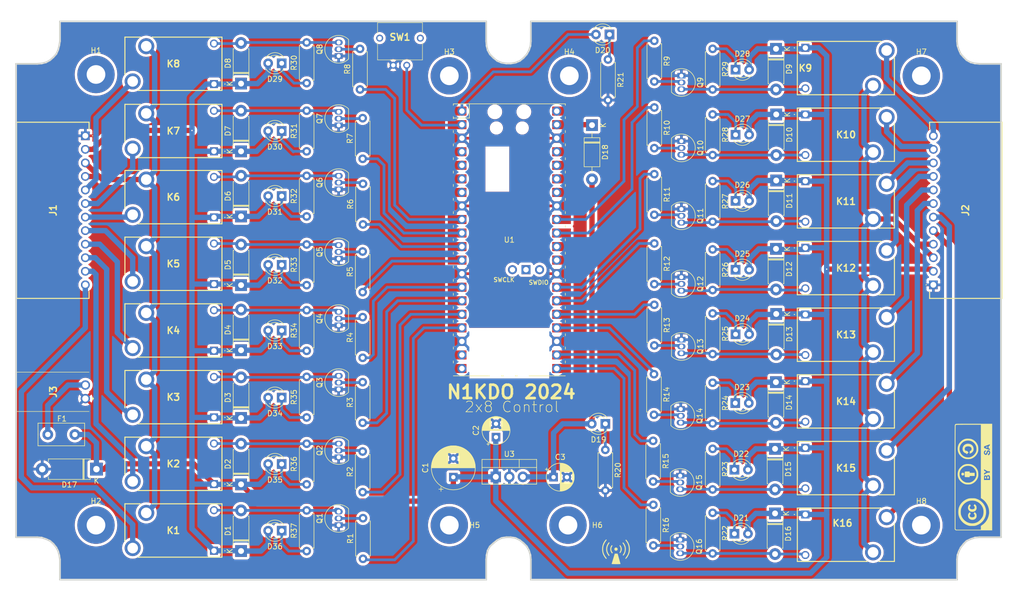
<source format=kicad_pcb>
(kicad_pcb (version 20240108) (generator "pcbnew") (generator_version "8.0")
  (title_block (title "2x8 Controller") (date "2024-06-30") (rev "0.0.1") (company "N1KDO 2024 CC-By-SA"))
  (layers (0 "F.Cu" signal) (31 "B.Cu" signal) (34 "B.Paste" user) (35 "F.Paste" user) (36 "B.SilkS" user "B.Silkscreen") (37 "F.SilkS" user "F.Silkscreen") (38 "B.Mask" user) (39 "F.Mask" user) (44 "Edge.Cuts" user))
  (net 0 "")
  (net 1 "+12V")
  (net 2 "GND")
  (net 3 "+5V")
  (net 4 "+3.3V")
  (net 5 "Net-(D1-A)")
  (net 6 "Net-(D2-A)")
  (net 7 "Net-(D3-A)")
  (net 8 "Net-(D4-A)")
  (net 9 "Net-(D5-A)")
  (net 10 "Net-(D6-A)")
  (net 11 "Net-(D7-A)")
  (net 12 "Net-(D8-A)")
  (net 13 "Net-(D9-A)")
  (net 14 "Net-(D10-A)")
  (net 15 "Net-(D11-A)")
  (net 16 "Net-(D12-A)")
  (net 17 "Net-(D13-A)")
  (net 18 "Net-(D14-A)")
  (net 19 "Net-(D15-A)")
  (net 20 "Net-(D16-A)")
  (net 21 "Net-(D18-K)")
  (net 22 "Net-(D19-K)")
  (net 23 "Net-(D20-K)")
  (net 24 "/BLINKY")
  (net 25 "Net-(D21-K)")
  (net 26 "Net-(D22-K)")
  (net 27 "Net-(D23-K)")
  (net 28 "Net-(D24-K)")
  (net 29 "Net-(D25-K)")
  (net 30 "Net-(D26-K)")
  (net 31 "Net-(D27-K)")
  (net 32 "Net-(D28-K)")
  (net 33 "Net-(D29-K)")
  (net 34 "Net-(D30-K)")
  (net 35 "Net-(D31-K)")
  (net 36 "Net-(D32-K)")
  (net 37 "Net-(D33-K)")
  (net 38 "Net-(D34-K)")
  (net 39 "Net-(D35-K)")
  (net 40 "Net-(D36-K)")
  (net 41 "/OA1")
  (net 42 "/OA2")
  (net 43 "/OA3")
  (net 44 "/OA4")
  (net 45 "/OA5")
  (net 46 "/OA6")
  (net 47 "/OA7")
  (net 48 "/OA8")
  (net 49 "/OAC")
  (net 50 "/OB1")
  (net 51 "/OB2")
  (net 52 "/OB3")
  (net 53 "/OB4")
  (net 54 "/OB5")
  (net 55 "/OB6")
  (net 56 "/OB7")
  (net 57 "/OB8")
  (net 58 "/OBC")
  (net 59 "Net-(Q1-G)")
  (net 60 "Net-(Q2-G)")
  (net 61 "Net-(Q3-G)")
  (net 62 "Net-(Q4-G)")
  (net 63 "Net-(Q5-G)")
  (net 64 "Net-(Q6-G)")
  (net 65 "Net-(Q7-G)")
  (net 66 "Net-(Q8-G)")
  (net 67 "Net-(Q9-G)")
  (net 68 "Net-(Q10-G)")
  (net 69 "Net-(Q11-G)")
  (net 70 "Net-(Q12-G)")
  (net 71 "Net-(Q13-G)")
  (net 72 "Net-(Q14-G)")
  (net 73 "Net-(Q15-G)")
  (net 74 "Net-(Q16-G)")
  (net 75 "/A1")
  (net 76 "/A2")
  (net 77 "/A3")
  (net 78 "/A4")
  (net 79 "/A5")
  (net 80 "/A6")
  (net 81 "/A7")
  (net 82 "/A8")
  (net 83 "/B1")
  (net 84 "/B2")
  (net 85 "/B3")
  (net 86 "/B4")
  (net 87 "/B5")
  (net 88 "/B6")
  (net 89 "/B7")
  (net 90 "/B8")
  (net 91 "Net-(U1-GPIO1)")
  (net 98 "unconnected-(U1-GPIO2-Pad4)_0")
  (net 107 "Net-(F1-Pad1)")
  (footprint "Package_TO_SOT_THT:TO-92_Inline" (layer "F.Cu") (at 176.54 117.73 -90)
    (property "Reference" "Q16")
    (property "Value" "2N7000")
  )
  (footprint "Resistor_THT:R_Axial_DIN0207_L6.3mm_D2.5mm_P7.62mm_Horizontal" (layer "F.Cu") (at 171.68 36.69 -90)
    (property "Reference" "R10")
    (property "Value" "10")
  )
  (footprint "Library:AHQSH112LM112G" (layer "F.Cu") (at 200 75.5)
    (property "Reference" "K13")
    (property "Value" "AHQSH112LM100G" (hide yes))
  )
  (footprint "Diode_THT:D_DO-41_SOD81_P7.62mm_Horizontal" (layer "F.Cu") (at 194.54 37.99 -90)
    (property "Reference" "D10")
    (property "Value" "1N4002")
  )
  (footprint "LED_THT:LED_D3.0mm" (layer "F.Cu") (at 101.82 78.5 180)
    (property "Reference" "D33")
    (property "Value" "RED LED")
  )
  (footprint "Resistor_THT:R_Axial_DIN0207_L6.3mm_D2.5mm_P7.62mm_Horizontal" (layer "F.Cu") (at 117 46.31 90)
    (property "Reference" "R7")
    (property "Value" "100")
  )
  (footprint "Resistor_THT:R_Axial_DIN0207_L6.3mm_D2.5mm_P7.62mm_Horizontal" (layer "F.Cu") (at 182.62 50.49 -90)
    (property "Reference" "R27")
    (property "Value" "330")
  )
  (footprint "Package_TO_SOT_THT:TO-92_Inline" (layer "F.Cu") (at 112.5 115 90)
    (property "Reference" "Q1")
    (property "Value" "2N7000")
  )
  (footprint "Library:AHQSH112LM112G" (layer "F.Cu") (at 200 25.5)
    (property "Reference" "K9")
    (property "Value" "AHQSH112LM100G" (hide yes))
  )
  (footprint "Library:AHQSH112LM112G" (layer "F.Cu") (at 89.12 57.3 180)
    (property "Reference" "K6")
    (property "Value" "AHQSH112LM100G" (hide yes))
  )
  (footprint "Resistor_THT:R_Axial_DIN0207_L6.3mm_D2.5mm_P7.62mm_Horizontal" (layer "F.Cu") (at 117 83.62 90)
    (property "Reference" "R4")
    (property "Value" "100")
  )
  (footprint "Resistor_THT:R_Axial_DIN0207_L6.3mm_D2.5mm_P7.62mm_Horizontal" (layer "F.Cu") (at 106.5 94.81 90)
    (property "Reference" "R35")
    (property "Value" "330")
  )
  (footprint "LED_THT:LED_D3.0mm" (layer "F.Cu") (at 186.92 29.6)
    (property "Reference" "D28")
    (property "Value" "RED LED")
  )
  (footprint "Library:AHQSH112LM112G" (layer "F.Cu") (at 200 50.5)
    (property "Reference" "K11")
    (property "Value" "AHQSH112LM100G" (hide yes))
  )
  (footprint "LED_THT:LED_D3.0mm" (layer "F.Cu") (at 186.92 79.21)
    (property "Reference" "D24")
    (property "Value" "RED LED")
  )
  (footprint "Resistor_THT:R_Axial_DIN0207_L6.3mm_D2.5mm_P7.62mm_Horizontal" (layer "F.Cu") (at 182.62 100.69 -90)
    (property "Reference" "R23")
    (property "Value" "330")
  )
  (footprint "Diode_THT:D_DO-41_SOD81_P7.62mm_Horizontal" (layer "F.Cu") (at 94.2 70 90)
    (property "Reference" "D5")
    (property "Value" "1N4002")
  )
  (footprint "Resistor_THT:R_Axial_DIN0207_L6.3mm_D2.5mm_P7.62mm_Horizontal" (layer "F.Cu") (at 182.62 88.3 -90)
    (property "Reference" "R24")
    (property "Value" "330")
  )
  (footprint "LED_THT:LED_D3.0mm" (layer "F.Cu") (at 186.7 116.61)
    (property "Reference" "D21")
    (property "Value" "RED LED")
  )
  (footprint "Resistor_THT:R_Axial_DIN0207_L6.3mm_D2.5mm_P7.62mm_Horizontal" (layer "F.Cu") (at 106.5 44.91 90)
    (property "Reference" "R31")
    (property "Value" "330")
  )
  (footprint "Resistor_THT:R_Axial_DIN0207_L6.3mm_D2.5mm_P7.62mm_Horizontal" (layer "F.Cu") (at 117.06 58.62 90)
    (property "Reference" "R6")
    (property "Value" "100")
  )
  (footprint "parts:non-ionizing" (layer "F.Cu") (at 164.5 120)
    (property "Reference" "G***" (hide yes))
    (property "Value" "LOGO" (hide yes))
  )
  (footprint "Library:AHQSH112LM112G" (layer "F.Cu") (at 89.12 69.8 180)
    (property "Reference" "K5")
    (property "Value" "AHQSH112LM100G" (hide yes))
  )
  (footprint "Package_TO_SOT_THT:TO-220-3_Vertical" (layer "F.Cu") (at 141.96 105.945)
    (property "Reference" "U3")
    (property "Value" "L7805")
  )
  (footprint "Resistor_THT:R_Axial_DIN0207_L6.3mm_D2.5mm_P7.62mm_Horizontal" (layer "F.Cu") (at 182.62 63.3 -90)
    (property "Reference" "R26")
    (property "Value" "330")
  )
  (footprint "Library:AHQSH112LM112G" (layer "F.Cu") (at 89.12 44.9 180)
    (property "Reference" "K7")
    (property "Value" "AHQSH112LM100G" (hide yes))
  )
  (footprint "Library:AHQSH112LM112G" (layer "F.Cu") (at 200 113)
    (property "Reference" "K16")
    (property "Value" "AHQSH112LM100G" (hide yes))
  )
  (footprint "Diode_THT:D_DO-41_SOD81_P7.62mm_Horizontal" (layer "F.Cu") (at 94.2 57.11 90)
    (property "Reference" "D6")
    (property "Value" "1N4002")
  )
  (footprint "Package_TO_SOT_THT:TO-92_Inline" (layer "F.Cu") (at 112.5 52.04 90)
    (property "Reference" "Q6")
    (property "Value" "2N7000")
  )
  (footprint "Package_TO_SOT_THT:TO-92_Inline" (layer "F.Cu") (at 176.76 55.73 -90)
    (property "Reference" "Q11")
    (property "Value" "2N7000")
  )
  (footprint "Diode_THT:D_DO-41_SOD81_P7.62mm_Horizontal" (layer "F.Cu") (at 194.5 25.69 -90)
    (property "Reference" "D9")
    (property "Value" "1N4002")
  )
  (footprint "Package_TO_SOT_THT:TO-92_Inline" (layer "F.Cu") (at 176.76 30.73 -90)
    (property "Reference" "Q9")
    (property "Value" "2N7000")
  )
  (footprint "MountingHole:MountingHole_3.5mm_Pad" (layer "F.Cu") (at 133.25 30.75)
    (property "Reference" "H3")
    (property "Value" "MountingHole")
  )
  (footprint "Diode_THT:D_DO-41_SOD81_P7.62mm_Horizontal" (layer "F.Cu") (at 194.54 50.38 -90)
    (property "Reference" "D11")
    (property "Value" "1N4002")
  )
  (footprint "LED_THT:LED_D3.0mm" (layer "F.Cu") (at 186.92 54.19)
    (property "Reference" "D26")
    (property "Value" "RED LED")
  )
  (footprint "LED_THT:LED_D3.0mm" (layer "F.Cu") (at 101.82 41.1 180)
    (property "Reference" "D30")
    (property "Value" "RED LED")
  )
  (footprint "Resistor_THT:R_Axial_DIN0207_L6.3mm_D2.5mm_P7.62mm_Horizontal" (layer "F.Cu") (at 182.62 37.99 -90)
    (property "Reference" "R28")
    (property "Value" "330")
  )
  (footprint "Resistor_THT:R_Axial_DIN0207_L6.3mm_D2.5mm_P7.62mm_Horizontal" (layer "F.Cu") (at 117.06 121.31 90)
    (property "Reference" "R1")
    (property "Value" "100")
  )
  (footprint "Package_TO_SOT_THT:TO-92_Inline" (layer "F.Cu") (at 112.5 65.04 90)
    (property "Reference" "Q5")
    (property "Value" "2N7000")
  )
  (footprint "MountingHole:MountingHole_3.5mm_Pad" (layer "F.Cu") (at 67 115)
    (property "Reference" "H2")
    (property "Value" "MountingHole")
  )
  (footprint "Package_TO_SOT_THT:TO-92_Inline" (layer "F.Cu") (at 176.76 43 -90)
    (property "Reference" "Q10")
    (property "Value" "2N7000")
  )
  (footprint "MountingHole:MountingHole_3.5mm_Pad" (layer "F.Cu") (at 221.75 30.75)
    (property "Reference" "H7")
    (property "Value" "MountingHole")
  )
  (footprint "Package_TO_SOT_THT:TO-92_Inline" (layer "F.Cu") (at 112.5 27.04 90)
    (property "Reference" "Q8")
    (property "Value" "2N7000")
  )
  (footprint "MountingHole:MountingHole_3.5mm_Pad" (layer "F.Cu") (at 155.5 115)
    (property "Reference" "H6")
    (property "Value" "MountingHole")
  )
  (footprint "LED_THT:LED_D3.0mm" (layer "F.Cu") (at 163.275 23 180)
    (property "Reference" "D20")
    (property "Value" "LED")
  )
  (footprint "LED_THT:LED_D3.0mm" (layer "F.Cu") (at 101.82 66.19 180)
    (property "Reference" "D32")
    (property "Value" "RED LED")
  )
  (footprint "LED_THT:LED_D3.0mm" (layer "F.Cu") (at 186.92 67.11)
    (property "Reference" "D25")
    (property "Value" "RED LED")
  )
  (footprint "Package_TO_SOT_THT:TO-92_Inline" (layer "F.Cu") (at 112.5 102.27 90)
    (property "Reference" "Q2")
    (property "Value" "2N7000")
  )
  (footprint "LED_THT:LED_D3.0mm" (layer "F.Cu") (at 101.82 91.09 180)
    (property "Reference" "D34")
    (property "Value" "RED LED")
  )
  (footprint "Resistor_THT:R_Axial_DIN0207_L6.3mm_D2.5mm_P7.62mm_Horizontal" (layer "F.Cu") (at 106.5 119.86 90)
    (property "Reference" "R37")
    (property "Value" "330")
  )
  (footprint "Package_TO_SOT_THT:TO-92_Inline" (layer "F.Cu") (at 176.54 105.73 -90)
    (property "Reference" "Q15")
    (property "Value" "2N7000")
  )
  (footprint "Resistor_THT:R_Axial_DIN0207_L6.3mm_D2.5mm_P7.62mm_Horizontal" (layer "F.Cu") (at 171.5 111.19 -90)
    (property "Reference" "R16")
    (property "Value" "100")
  )
  (footprint "MountingHole:MountingHole_3.5mm_Pad" (layer "F.Cu") (at 133.25 115)
    (property "Reference" "H5")
    (property "Value" "MountingHole")
  )
  (footprint "LED_THT:LED_D3.0mm" (layer "F.Cu") (at 186.92 41.8)
    (property "Reference" "D27")
    (property "Value" "RED LED")
  )
  (footprint "Diode_THT:D_DO-41_SOD81_P7.62mm_Horizontal" (layer "F.Cu") (at 94.2 107.35 90)
    (property "Reference" "D2")
    (property "Value" "1N4002")
  )
  (footprint "Resistor_THT:R_Axial_DIN0207_L6.3mm_D2.5mm_P7.62mm_Horizontal" (layer "F.Cu") (at 171.68 24.19 -90)
    (property "Reference" "R9")
    (property "Value" "100")
  )
  (footprint "Library:AHQSH112LM112G" (layer "F.Cu") (at 89.12 94.8 180)
    (property "Reference" "K3")
    (property "Value" "AHQSH112LM100G" (hide yes))
  )
  (footprint "Resistor_THT:R_Axial_DIN0207_L6.3mm_D2.5mm_P7.62mm_Horizontal" (layer "F.Cu") (at 163 27.69 -90)
    (property "Reference" "R21")
    (property "Value" "330")
  )
  (footprint "LED_THT:LED_D3.0mm" (layer "F.Cu") (at 162.5 96 180)
    (property "Reference" "D19")
    (property "Value" "RED LED")
  )
  (footprint "LED_THT:LED_D3.0mm" (layer "F.Cu") (at 101.82 116.04 180)
    (property "Reference" "D36")
    (property "Value" "RED LED")
  )
  (footprint "parts:CC-BY-SA" (layer "F.Cu") (at 231.5 106 90)
    (property "Reference" "Ref**" (hide yes))
    (property "Value" "Val**" (hide yes))
  )
  (footprint "Diode_THT:D_DO-41_SOD81_P7.62mm_Horizontal" (layer "F.Cu") (at 94.2 44.91 90)
    (property "Reference" "D7")
    (property "Value" "1N4002")
  )
  (footprint "Resistor_THT:R_Axial_DIN0207_L6.3mm_D2.5mm_P7.62mm_Horizontal" (layer "F.Cu") (at 117 108.81 90)
    (property "Reference" "R2")
    (property "Value" "100")
  )
  (footprint "Diode_THT:D_DO-41_SOD81_P7.62mm_Horizontal" (layer "F.Cu") (at 194.5 63.19 -90)
    (property "Reference" "D12")
    (property "Value" "1N4002")
  )
  (footprint "LED_THT:LED_D3.0mm" (layer "F.Cu") (at 101.82 28.4 180)
    (property "Reference" "D29")
    (property "Value" "RED LED")
  )
  (footprint "Package_TO_SOT_THT:TO-92_Inline" (layer "F.Cu") (at 112.5 77.54 90)
    (property "Reference" "Q4")
    (property "Value" "2N7000")
  )
  (footprint "Library:705530001" (layer "F.Cu") (at 65.006 91.27 -90)
    (property "Reference" "J3")
    (property "Value" "POWER" (hide yes))
  )
  (footprint "Diode_THT:D_DO-41_SOD81_P7.62mm_Horizontal" (layer "F.Cu") (at 94.2 82.2 90)
    (property "Reference" "D4")
    (property "Value" "1N4002")
  )
  (footprint "Diode_THT:D_DO-41_SOD81_P7.62mm_Horizontal" (layer "F.Cu") (at 194.32 112.8 -90)
    (property "Reference" "D16")
    (property "Value" "1N4002")
  )
  (footprint "Diode_THT:D_DO-41_SOD81_P10.16mm_Horizontal" (layer "F.Cu") (at 160 40 -90)
    (property "Reference" "D18")
    (property "Value" "1N5819")
  )
  (footprint "parts:RPi_PicoW_SMD_TH" (layer "F.Cu") (at 144.5 61.5)
    (property "Reference" "U1")
    (property "Value" "PicoW")
  )
  (footprint "Diode_THT:D_DO-41_SOD81_P7.62mm_Horizontal" (layer "F.Cu") (at 94.2 119.85 90)
    (property "Reference" "D1")
    (property "Value" "1N4002")
  )
  (footprint "Package_TO_SOT_THT:TO-92_Inline" (layer "F.Cu") (at 112.5 89.54 90)
    (property "Reference" "Q3")
    (property "Value" "2N7000")
  )
  (footprint "Diode_THT:D_DO-41_SOD81_P7.62mm_Horizontal" (layer "F.Cu") (at 94.2 94.9 90)
    (property "Reference" "D3")
    (property "Value" "1N4002")
  )
  (footprint "Resistor_THT:R_Axial_DIN0207_L6.3mm_D2.5mm_P7.62mm_Horizontal" (layer "F.Cu") (at 171.68 73.69 -90)
    (property "Reference" "R13")
    (property "Value" "100")
  )
  (footprint "Resistor_THT:R_Axial_DIN0207_L6.3mm_D2.5mm_P7.62mm_Horizontal" (layer "F.Cu") (at 182.62 112.69 -90)
    (property "Reference" "R22")
    (property "Value" "330")
  )
  (footprint "Library:AHQSH112LM112G" (layer "F.Cu") (at 200 63)
    (property "Reference" "K12")
    (property "Value" "AHQSH112LM100G" (hide yes))
  )
  (footprint "Library:RUEF090" (layer "F.Cu") (at 57.96 98)
    (property "Reference" "F1")
    (property "Value" "Polyfuse")
  )
  (footprint "Resistor_THT:R_Axial_DIN0207_L6.3mm_D2.5mm_P7.62mm_Horizontal" (layer "F.Cu") (at 106.5 57.12 90)
    (property "Reference" "R32")
    (property "Value" "330")
  )
  (footprint "LED_THT:LED_D3.0mm" (layer "F.Cu") (at 186.7 104.61)
    (property "Reference" "D22")
    (property "Value" "RED LED")
  )
  (footprint "Package_TO_SOT_THT:TO-92_Inline" (layer "F.Cu") (at 176.76 80.23 -90)
    (property "Reference" "Q13")
    (property "Value" "2N7000")
  )
  (footprint "MountingHole:MountingHole_3.5mm_Pad" (layer "F.Cu") (at 221.75 115)
    (property "Reference" "H8")
    (property "Value" "MountingHole")
  )
  (footprint "Library:AHQSH112LM112G" (layer "F.Cu") (at 89.12 82.3 180)
    (property "Reference" "K4")
    (property "Value" "AHQSH112LM100G" (hide yes))
  )
  (footprint "Capacitor_THT:CP_Radial_D8.0mm_P3.50mm" (layer "F.Cu") (at 134 106 90)
    (property "Reference" "C1")
    (property "Value" "220")
  )
  (footprint "Resistor_THT:R_Axial_DIN0207_L6.3mm_D2.5mm_P7.62mm_Horizontal" (layer "F.Cu") (at 106.5 70 90)
    (property "Reference" "R33")
    (property "Value" "330")
  )
  (footprint "LED_THT:LED_D3.0mm" (layer "F.Cu") (at 186.86 92.11)
    (property "Reference" "D23")
    (property "Value" "RED LED")
  )
  (footprint "Resistor_THT:R_Axial_DIN0207_L6.3mm_D2.5mm_P7.62mm_Horizontal" (layer "F.Cu") (at 116.5 33.31 90)
    (property "Reference" "R8")
    (property "Value" "100")
  )
  (footprint "LED_THT:LED_D3.0mm" (layer "F.Cu") (at 101.82 53.3 180)
    (property "Reference" "D31")
    (property "Value" "RED LED")
  )
  (footprint "Resistor_THT:R_Axial_DIN0207_L6.3mm_D2.5mm_P7.62mm_Horizontal" (layer "F.Cu") (at 106.5 107.35 90)
    (property "Reference" "R36")
    (property "Value" "330")
  )
  (footprint "Library:AHQSH112LM112G" (layer "F.Cu") (at 89.12 32.3 180)
    (property "Reference" "K8")
    (property "Value" "AHQSH112LM100G" (hide yes))
  )
  (footprint "Resistor_THT:R_Axial_DIN0207_L6.3mm_D2.5mm_P7.62mm_Horizontal" (layer "F.Cu") (at 106.5 82.31 90)
    (property "Reference" "R34")
    (property "Value" "330")
  )
  (footprint "Library:AHQSH112LM112G" (layer "F.Cu") (at 200 88)
    (property "Reference" "K14")
    (property "Value" "AHQSH112LM100G" (hide yes))
  )
  (footprint "Library:AHQSH112LM112G" (layer "F.Cu") (at 89.12 107.3 180)
    (property "Reference" "K2")
    (property "Value" "AHQSH112LM100G" (hide yes))
  )
  (footprint "Library:AHQSH112LM112G" (layer "F.Cu") (at 89.12 119.8 180)
    (property "Reference" "K1")
    (property "Value" "AHQSH112LM100G" (hide yes))
  )
  (footprint "LED_THT:LED_D3.0mm" (layer "F.Cu") (at 101.82 103.54 180)
    (property "Reference" "D35")
    (property "Value" "RED LED")
  )
  (footprint "Diode_THT:D_DO-41_SOD81_P7.62mm_Horizontal" (layer "F.Cu") (at 194.32 100.69 -90)
    (property "Reference" "D15")
    (property "Value" "1N4002")
  )
  (footprint "Diode_THT:D_DO-41_SOD81_P7.62mm_Horizontal" (layer "F.Cu") (at 194.48 88.19 -90)
    (property "Reference" "D14")
    (property "Value" "1N4002")
  )
  (footprint "Library:AHQSH112LM112G" (layer "F.Cu") (at 200 100.5)
    (property "Reference" "K15")
    (property "Value" "AHQSH112LM100G" (hide yes))
  )
  (footprint "MountingHole:MountingHole_3.5mm_Pad" (layer "F.Cu") (at 67 30.5)
    (property "Reference" "H1")
    (property "Value" "MountingHole")
  )
  (footprint "Resistor_THT:R_Axial_DIN0207_L6.3mm_D2.5mm_P7.62mm_Horizontal" (layer "F.Cu") (at 162.5 100.88 -90)
    (property "Reference" "R20")
    (property "Value" "470")
  )
  (footprint "Resistor_THT:R_Axial_DIN0207_L6.3mm_D2.5mm_P7.62mm_Horizontal" (layer "F.Cu") (at 117 71.31 90)
    (property "Reference" "R5")
    (property "Value" "100")
  )
  (footprint "Resistor_THT:R_Axial_DIN0207_L6.3mm_D2.5mm_P7.62mm_Horizontal" (layer "F.Cu") (at 106.5 32.12 90)
    (property "Reference" "R30")
    (property "Value" "330")
  )
  (footprint "MountingHole:MountingHole_3.5mm_Pad" (layer "F.Cu") (at 155.75 30.75)
    (property "Reference" "H4")
    (property "Value" "MountingHole")
  )
  (footprint "Library:705530116" (layer "F.Cu") (at 65 42 -90)
    (property "Reference" "J1")
    (property "Value" "Conn_01x12_Socket" (hide yes))
  )
  (footprint "Library:705530116" (layer "F.Cu") (at 224 69.94 90)
    (property "Reference" "J2")
    (property "Value" "Conn_01x12_Socket" (hide yes))
  )
  (footprint "Package_TO_SOT_THT:TO-92_Inline" (layer "F.Cu") (at 176.64 93.23 -90)
    (property "Reference" "Q14")
    (property "Value" "2N7000")
  )
  (footprint "Diode_THT:D_DO-41_SOD81_P7.62mm_Horizontal" (layer "F.Cu") (at 194.54 75.4 -90)
    (property "Reference" "D13")
    (property "Value" "1N4002")
  )
  (footprint "Resistor_THT:R_Axial_DIN0207_L6.3mm_D2.5mm_P7.62mm_Horizontal" (layer "F.Cu") (at 171.68 49.19 -90)
    (property "Reference" "R11")
    (property "Value" "100")
  )
  (footprint "Package_TO_SOT_THT:TO-92_Inline" (layer "F.Cu") (at 176.76 68.5 -90)
    (property "Reference" "Q12")
    (property "Value" "2N7000")
  )
  (footprint "parts:GB215AHB" (layer "F.Cu") (at 122.73 28.765 180)
    (property "Reference" "SW1")
    (property "Value" "Mode Button" (hide yes))
  )
  (footprint "Capacitor_THT:CP_Radial_D5.0mm_P2.50mm" (layer "F.Cu") (at 142 98.5 90)
    (property "Reference" "C2")
    (property "Value" "2.2")
  )
  (footprint "Resistor_THT:R_Axial_DIN0207_L6.3mm_D2.5mm_P7.62mm_Horizontal" (layer "F.Cu") (at 117 95.81 90)
    (property "Reference" "R3")
    (property "Value" "100")
  )
  (footprint "Resistor_THT:R_Axial_DIN0207_L6.3mm_D2.5mm_P7.62mm_Horizontal" (layer "F.Cu") (at 182.62 75.3 -90)
    (property "Reference" "R25")
    (property "Value" "330")
  )
  (footprint "Diode_THT:D_DO-41_SOD81_P7.62mm_Horizontal" (layer "F.Cu") (at 94.2 32.21 90)
    (property "Reference" "D8")
    (property "Value" "1N4002")
  )
  (footprint "Library:AHQSH112LM112G" (layer "F.Cu") (at 200 38)
    (property "Reference" "K10")
    (property "Value" "AHQSH112LM100G" (hide yes))
  )
  (footprint "Diode_THT:D_DO-15_P10.16mm_Horizontal" (layer "F.Cu") (at 67.08 104.5 180)
    (property "Reference" "D17")
    (property "Value" "1N4002")
  )
  (footprint "Resistor_THT:R_Axial_DIN0207_L6.3mm_D2.5mm_P7.62mm_Horizontal" (layer "F.Cu") (at 171.62 86.69 -90)
    (property "Reference" "R14")
    (property "Value" "100")
  )
  (footprint "Package_TO_SOT_THT:TO-92_Inline" (layer "F.Cu") (at 112.5 40.04 90)
    (property "Reference" "Q7")
    (property "Value" "2N7000")
  )
  (footprint "Capacitor_THT:CP_Radial_D5.0mm_P2.50mm" (layer "F.Cu") (at 152.794888 106)
    (property "Reference" "C3")
    (property "Value" "2.2")
  )
  (footprint "Resistor_THT:R_Axial_DIN0207_L6.3mm_D2.5mm_P7.62mm_Horizontal" (layer "F.Cu") (at 171.46 99.19 -90)
    (property "Reference" "R15")
    (property "Value" "100")
  )
  (footprint "Resistor_THT:R_Axial_DIN0207_L6.3mm_D2.5mm_P7.62mm_Horizontal" (layer "F.Cu") (at 182.62 25.69 -90)
    (property "Reference" "R29")
    (property "Value" "330")
  )
  (footprint "Resistor_THT:R_Axial_DIN0207_L6.3mm_D2.5mm_P7.62mm_Horizontal" (layer "F.Cu") (at 171.68 62.19 -90)
    (property "Reference" "R12")
    (property "Value" "100")
  )
  (gr_line (start 140.228152 120.623014) (end 140.159503 121.446088) (stroke (width 0.329387)) (layer "Edge.Cuts"))
  (gr_line (start 148.534915 125.218626) (end 148.534915 121.446088) (stroke (width 0.329387)) (layer "Edge.Cuts"))
  (gr_line (start 59.90675 119.868497) (end 59.563498 119.182577) (stroke (width 0.329387)) (layer "Edge.Cuts"))
  (gr_line (start 228.787669 25.898166) (end 229.130916 26.652669) (stroke (width 0.329387)) (layer "Edge.Cuts"))
  (gr_line (start 143.04285 28.29886) (end 143.93529 28.436036) (stroke (width 0.329387)) (layer "Edge.Cuts"))
  (gr_line (start 148.191653 119.731321) (end 147.779742 118.976804) (stroke (width 0.329387)) (layer "Edge.Cuts"))
  (gr_line (start 228.513057 25.075063) (end 228.787669 25.898166) (stroke (width 0.329387)) (layer "Edge.Cuts"))
  (gr_line (start 146.47539 117.810751) (end 145.651568 117.399213) (stroke (width 0.329387)) (layer "Edge.Cuts"))
  (gr_line (start 60.25 125.218626) (end 60.25 121.446088) (stroke (width 0.329387)) (layer "Edge.Cuts"))
  (gr_line (start 228.444407 121.446088) (end 228.444407 125.218626) (stroke (width 0.329387)) (layer "Edge.Cuts"))
  (gr_line (start 148.466266 120.623014) (end 148.191653 119.731321) (stroke (width 0.329387)) (layer "Edge.Cuts"))
  (gr_line (start 228.513057 120.623022) (end 228.513057 120.623014) (stroke (width 0.329387)) (layer "Edge.Cuts"))
  (gr_line (start 57.641274 28.23026) (end 58.39643 27.81874) (stroke (width 0.329387)) (layer "Edge.Cuts"))
  (gr_line (start 140.159503 20.548027) (end 140.159503 24.25197) (stroke (width 0.329387)) (layer "Edge.Cuts"))
  (gr_line (start 140.159503 125.218626) (end 60.25 125.218626) (stroke (width 0.329387)) (layer "Edge.Cuts"))
  (gr_line (start 236.682521 117.262037) (end 232.632121 117.262037) (stroke (width 0.329387)) (layer "Edge.Cuts"))
  (gr_line (start 231.808314 28.436028) (end 232.632121 28.50463) (stroke (width 0.329387)) (layer "Edge.Cuts"))
  (gr_line (start 148.5349 20.548027) (end 228.444407 20.548027) (stroke (width 0.329387)) (layer "Edge.Cuts"))
  (gr_line (start 57.641276 117.605001) (end 56.81746 117.330633) (stroke (width 0.329387)) (layer "Edge.Cuts"))
  (gr_line (start 229.130916 119.182584) (end 228.787669 119.868505) (stroke (width 0.329387)) (layer "Edge.Cuts"))
  (gr_line (start 228.787669 119.868505) (end 228.513057 120.623022) (stroke (width 0.329387)) (layer "Edge.Cuts"))
  (gr_line (start 60.25 24.251972) (end 60.25 20.548027) (stroke (width 0.329387)) (layer "Edge.Cuts"))
  (gr_line (start 141.532519 118.359472) (end 140.846026 118.976804) (stroke (width 0.329387)) (layer "Edge.Cuts"))
  (gr_line (start 229.68011 118.496664) (end 229.130916 119.182584) (stroke (width 0.329387)) (layer "Edge.Cuts"))
  (gr_line (start 59.563498 26.652671) (end 59.90675 25.898168) (stroke (width 0.329387)) (layer "Edge.Cuts"))
  (gr_line (start 229.68011 27.270001) (end 230.22932 27.818738) (stroke (width 0.329387)) (layer "Edge.Cuts"))
  (gr_line (start 147.779727 26.721267) (end 148.191638 25.966756) (stroke (width 0.329387)) (layer "Edge.Cuts"))
  (gr_line (start 228.513057 120.623014) (end 228.444407 121.446088) (stroke (width 0.329387)) (layer "Edge.Cuts"))
  (gr_line (start 141.532519 27.407188) (end 142.219028 27.955913) (stroke (width 0.329387)) (layer "Edge.Cuts"))
  (gr_line (start 148.5349 24.25197) (end 148.5349 20.548027) (stroke (width 0.329387)) (layer "Edge.Cuts"))
  (gr_line (start 230.984492 28.230258) (end 231.808314 28.436028) (stroke (width 0.329387)) (layer "Edge.Cuts"))
  (gr_line (start 59.563498 119.182577) (end 59.014304 118.496656) (stroke (width 0.329387)) (layer "Edge.Cuts"))
  (gr_line (start 143.93529 28.436036) (end 144.759112 28.436036) (stroke (width 0.329387)) (layer "Edge.Cuts"))
  (gr_line (start 140.846026 118.976804) (end 140.434115 119.731321) (stroke (width 0.329387)) (layer "Edge.Cuts"))
  (gr_line (start 148.191638 25.966756) (end 148.46625 25.143659) (stroke (width 0.329387)) (layer "Edge.Cuts"))
  (gr_line (start 140.846026 26.721267) (end 141.532519 27.407188) (stroke (width 0.329387)) (layer "Edge.Cuts"))
  (gr_line (start 142.219028 117.810751) (end 141.532519 118.359472) (stroke (width 0.329387)) (layer "Edge.Cuts"))
  (gr_line (start 147.161883 118.359472) (end 146.47539 117.810751) (stroke (width 0.329387)) (layer "Edge.Cuts"))
  (gr_line (start 148.46625 25.143659) (end 148.5349 24.25197) (stroke (width 0.329387)) (layer "Edge.Cuts"))
  (gr_line (start 55.993643 28.504632) (end 56.817454 28.436032) (stroke (width 0.329387)) (layer "Edge.Cuts"))
  (gr_line (start 52.011903 28.504632) (end 55.993643 28.504632) (stroke (width 0.329387)) (layer "Edge.Cuts"))
  (gr_line (start 145.651553 28.29886) (end 146.475375 27.955913) (stroke (width 0.329387)) (layer "Edge.Cuts"))
  (gr_line (start 142.219028 27.955913) (end 143.04285 28.29886) (stroke (width 0.329387)) (layer "Edge.Cuts"))
  (gr_line (start 55.993649 117.262045) (end 52.011903 117.262045) (stroke (width 0.329387)) (layer "Edge.Cuts"))
  (gr_line (start 229.130916 26.652669) (end 229.68011 27.270001) (stroke (width 0.329387)) (layer "Edge.Cuts"))
  (gr_line (start 148.534915 121.446088) (end 148.466266 120.623014) (stroke (width 0.329387)) (layer "Edge.Cuts"))
  (gr_line (start 140.159503 121.446088) (end 140.159503 125.218626) (stroke (width 0.329387)) (layer "Edge.Cuts"))
  (gr_line (start 232.632121 28.50463) (end 236.682521 28.50463) (stroke (width 0.329387)) (layer "Edge.Cuts"))
  (gr_line (start 230.984492 117.604993) (end 230.22932 117.947927) (stroke (width 0.329387)) (layer "Edge.Cuts"))
  (gr_line (start 144.759112 28.436036) (end 145.651553 28.29886) (stroke (width 0.329387)) (layer "Edge.Cuts"))
  (gr_line (start 230.22932 27.818738) (end 230.984492 28.230258) (stroke (width 0.329387)) (layer "Edge.Cuts"))
  (gr_line (start 144.759128 117.262022) (end 143.935306 117.262022) (stroke (width 0.329387)) (layer "Edge.Cuts"))
  (gr_line (start 140.4341 25.966756) (end 140.846026 26.721267) (stroke (width 0.329387)) (layer "Edge.Cuts"))
  (gr_line (start 228.444407 24.25197) (end 228.513057 25.075063) (stroke (width 0.329387)) (layer "Edge.Cuts"))
  (gr_line (start 56.81746 117.330633) (end 55.993649 117.262045) (stroke (width 0.329387)) (layer "Edge.Cuts"))
  (gr_line (start 58.396431 117.947927) (end 57.641276 117.605001) (stroke (width 0.329387)) (layer "Edge.Cuts"))
  (gr_line (start 232.632121 117.262037) (end 231.808314 117.330625) (stroke (width 0.329387)) (layer "Edge.Cuts"))
  (gr_line (start 147.779742 118.976804) (end 147.161883 118.359472) (stroke (width 0.329387)) (layer "Edge.Cuts"))
  (gr_line (start 230.22932 117.947927) (end 229.68011 118.496664) (stroke (width 0.329387)) (layer "Edge.Cuts"))
  (gr_line (start 60.112701 120.623014) (end 59.90675 119.868497) (stroke (width 0.329387)) (layer "Edge.Cuts"))
  (gr_line (start 236.682521 28.50463) (end 236.682521 117.262037) (stroke (width 0.329387)) (layer "Edge.Cuts"))
  (gr_line (start 143.04285 117.399213) (end 142.219028 117.810751) (stroke (width 0.329387)) (layer "Edge.Cuts"))
  (gr_line (start 145.651568 117.399213) (end 144.759128 117.262022) (stroke (width 0.329387)) (layer "Edge.Cuts"))
  (gr_line (start 140.159503 24.25197) (end 140.228152 25.143659) (stroke (width 0.329387)) (layer "Edge.Cuts"))
  (gr_line (start 59.014304 27.270003) (end 59.563498 26.652671) (stroke (width 0.329387)) (layer "Edge.Cuts"))
  (gr_line (start 58.39643 27.81874) (end 59.014304 27.270003) (stroke (width 0.329387)) (layer "Edge.Cuts"))
  (gr_line (start 59.014304 118.496656) (end 58.396431 117.947927) (stroke (width 0.329387)) (layer "Edge.Cuts"))
  (gr_line (start 228.444407 20.548027) (end 228.444407 24.25197) (stroke (width 0.329387)) (layer "Edge.Cuts"))
  (gr_line (start 59.90675 25.898168) (end 60.112696 25.075065) (stroke (width 0.329387)) (layer "Edge.Cuts"))
  (gr_line (start 56.817454 28.436032) (end 57.641274 28.23026) (stroke (width 0.329387)) (layer "Edge.Cuts"))
  (gr_line (start 60.25 121.446088) (end 60.112701 120.623014) (stroke (width 0.329387)) (layer "Edge.Cuts"))
  (gr_line (start 140.434115 119.731321) (end 140.228152 120.623014) (stroke (width 0.329387)) (layer "Edge.Cuts"))
  (gr_line (start 60.25 20.548027) (end 140.159503 20.548027) (stroke (width 0.329387)) (layer "Edge.Cuts"))
  (gr_line (start 231.808314 117.330625) (end 230.984492 117.604993) (stroke (width 0.329387)) (layer "Edge.Cuts"))
  (gr_line (start 147.161868 27.407188) (end 147.779727 26.721267) (stroke (width 0.329387)) (layer "Edge.Cuts"))
  (gr_line (start 52.011903 117.262045) (end 52.011903 28.504632) (stroke (width 0.329387)) (layer "Edge.Cuts"))
  (gr_line (start 140.228152 25.143659) (end 140.4341 25.966756) (stroke (width 0.329387)) (layer "Edge.Cuts"))
  (gr_line (start 228.444407 125.218626) (end 148.534915 125.218626) (stroke (width 0.329387)) (layer "Edge.Cuts"))
  (gr_line (start 143.935306 117.262022) (end 143.04285 117.399213) (stroke (width 0.329387)) (layer "Edge.Cuts"))
  (gr_line (start 146.475375 27.955913) (end 147.161868 27.407188) (stroke (width 0.329387)) (layer "Edge.Cuts"))
  (gr_line (start 60.112696 25.075065) (end 60.25 24.251972) (stroke (width 0.329387)) (layer "Edge.Cuts"))
  (gr_text "N1KDO 2024\n" (at 132.5 91.5 0) (layer "F.SilkS") (effects (font (size 2.5 2.5) (thickness 0.5) (bold yes)) (justify left bottom)))
  (gr_text "2x8 Control" (at 136 94 0) (layer "F.SilkS") (effects (font (size 2 2) (thickness 0.127)) (justify left bottom)))
  (segment (start 68.5 104.5) (end 69.5 103.5) (width 1) (layer "F.Cu") (net 1))
  (segment (start 131 110.5) (end 97.35 110.5) (width 1) (layer "F.Cu") (net 1))
  (segment (start 66.46 44.54) (end 65 44.54) (width 1) (layer "F.Cu") (net 1))
  (segment (start 85 41) (end 70 41) (width 1) (layer "F.Cu") (net 1))
  (segment (start 224 67.4) (end 223.6 67) (width 1) (layer "F.Cu") (net 1))
  (segment (start 67.08 104.5) (end 68.5 104.5) (width 1) (layer "F.Cu") (net 1))
  (segment (start 89.17 107.35) (end 89.12 107.3) (width 1) (layer "F.Cu") (net 1))
  (segment (start 134 107.5) (end 131 110.5) (width 1) (layer "F.Cu") (net 1))
  (segment (start 85.32 103.5) (end 89.12 107.3) (width 1) (layer "F.Cu") (net 1))
  (segment (start 97.35 110.5) (end 94.2 107.35) (width 1) (layer "F.Cu") (net 1))
  (segment (start 223.6 67) (end 204 67) (width 1) (layer "F.Cu") (net 1))
  (segment (start 70 41) (end 66.46 44.54) (width 1) (layer "F.Cu") (net 1))
  (segment (start 69.5 103.5) (end 85.32 103.5) (width 1) (layer "F.Cu") (net 1))
  (segment (start 134 106) (end 134 107.5) (width 1) (layer "F.Cu") (net 1))
  (via (at 85 41) (size 0.508) (drill 0.254) (layers "F.Cu" "B.Cu") (net 1))
  (via (at 204 67) (size 0.508) (drill 0.254) (layers "F.Cu" "B.Cu") (net 1))
  (segment (start 204 121) (end 204 113) (width 1) (layer "B.Cu") (net 1))
  (segment (start 194.5 25.69) (end 199.81 25.69) (width 1) (layer "B.Cu") (net 1))
  (segment (start 204 75.5) (end 200 75.5) (width 1) (layer "B.Cu") (net 1))
  (segment (start 191.12 50.38) (end 194.54 50.38) (width 1) (layer "B.Cu") (net 1))
  (segment (start 204 63) (end 204 50.5) (width 1) (layer "B.Cu") (net 1))
  (segment (start 89.3 94.9) (end 94.2 94.9) (width 1) (layer "B.Cu") (net 1))
  (segment (start 99.28 30.22) (end 99.28 28.4) (width 1) (layer "B.Cu") (net 1))
  (segment (start 99.28 42.72) (end 99.28 41.1) (width 1) (layer "B.Cu") (net 1))
  (segment (start 97.93 119.85) (end 99.28 118.5) (width 1) (layer "B.Cu") (net 1))
  (segment (start 94.2 44.91) (end 97.09 44.91) (width 1) (layer "B.Cu") (net 1))
  (segment (start 94.11 32.3) (end 94.2 32.21) (width 1) (layer "B.Cu") (net 1))
  (segment (start 94.19 44.9) (end 94.2 44.91) (width 1) (layer "B.Cu") (net 1))
  (segment (start 94.15 119.8) (end 94.2 119.85) (width 1) (layer "B.Cu") (net 1))
  (segment (start 199.7 100.8) (end 200 100.5) (width 1) (layer "B.Cu") (net 1))
  (segment (start 190.69 100.69) (end 194.32 100.69) (width 1) (layer "B.Cu") (net 1))
  (segment (start 85 115.68) (end 89.12 119.8) (width 1) (layer "B.Cu") (net 1))
  (segment (start 155.5 124) (end 201 124) (width 1) (layer "B.Cu") (net 1))
  (segment (start 189.4 89.6) (end 190.81 88.19) (width 1) (layer "B.Cu") (net 1))
  (segment (start 85 41) (end 85 45) (width 1) (layer "B.Cu") (net 1))
  (segment (start 94.2 32.21) (end 97.29 32.21) (width 1) (layer "B.Cu") (net 1))
  (segment (start 87.7 32.3) (end 85 35) (width 1) (layer "B.Cu") (net 1))
  (segment (start 189.46 27.29) (end 191.06 25.69) (width 1) (layer "B.Cu") (net 1))
  (segment (start 85.2 107.3) (end 89.12 107.3) (width 1) (layer "B.Cu") (net 1))
  (segment (start 204 50.5) (end 204 38) (width 1) (layer "B.Cu") (net 1))
  (segment (start 85 45) (end 85.1 44.9) (width 1) (layer "B.Cu") (net 1))
  (segment (start 204 38) (end 200 38) (width 1) (layer "B.Cu") (net 1))
  (segment (start 94.2 82.2) (end 97.8 82.2) (width 1) (layer "B.Cu") (net 1))
  (segment (start 204 75.5) (end 204 63) (width 1) (layer "B.Cu") (net 1))
  (segment (start 99.28 105.72) (end 99.28 105.22) (width 1) (layer "B.Cu") (net 1))
  (segment (start 99.28 118.5) (end 99.28 116.04) (width 1) (layer "B.Cu") (net 1))
  (segment (start 189.24 102.14) (end 190.69 100.69) (width 1) (layer "B.Cu") (net 1))
  (segment (start 89.12 32.3) (end 94.11 32.3) (width 1) (layer "B.Cu") (net 1))
  (segment (start 97.6 94.9) (end 99.28 93.22) (width 1) (layer "B.Cu") (net 1))
  (segment (start 89.39 57.11) (end 94.2 57.11) (width 1) (layer "B.Cu") (net 1))
  (segment (start 85 57.5) (end 85 82.5) (width 1) (layer "B.Cu") (net 1))
  (segment (start 191.5 38) (end 191.51 37.99) (width 1) (layer "B.Cu") (net 1))
  (segment (start 85.2 69.8) (end 89.12 69.8) (width 1) (layer "B.Cu") (net 1))
  (segment (start 194.54 37.99) (end 199.99 37.99) (width 1) (layer "B.Cu") (net 1))
  (segment (start 99.28 68.22) (end 99.28 67.72) (width 1) (layer "B.Cu") (net 1))
  (segment (start 199.99 37.99) (end 200 38) (width 1) (layer "B.Cu") (net 1))
  (segment (start 201 124) (end 204 121) (width 1) (layer "B.Cu") (net 1))
  (segment (start 204 63) (end 200 63) (width 1) (layer "B.Cu") (net 1))
  (segment (start 194.32 100.69) (end 199.81 100.69) (width 1) (layer "B.Cu") (net 1))
  (segment (start 204 38) (end 204 27) (width 1) (layer "B.Cu") (net 1))
  (segment (start 200 113) (end 204 113) (width 1) (layer "B.Cu") (net 1))
  (segment (start 141.96 98.54) (end 142 98.5) (width 1) (layer "B.Cu") (net 1))
  (segment (start 194.48 88.19) (end 199.81 88.19) (width 1) (layer "B.Cu") (net 1))
  (segment (start 194.54 50.38) (end 199.88 50.38) (width 1) (layer "B.Cu") (net 1))
  (segment (start 65.51 98.01) (end 67 99.5) (width 1) (layer "B.Cu") (net 1))
  (segment (start 94.2 107.35) (end 97.65 107.35) (width 1) (layer "B.Cu") (net 1))
  (segment (start 199.81 88.19) (end 200 88) (width 1) (layer "B.Cu") (net 1))
  (segment (start 99.28 67.72) (end 99.28 66.19) (width 1) (layer "B.Cu") (net 1))
  (segment (start 199.7 63.3) (end 200 63) (width 1) (layer "B.Cu") (net 1))
  (segment (start 189.46 39.54) (end 191 38) (width 1) (layer "B.Cu") (net 1))
  (segment (start 99.28 55.22) (end 99.28 53.3) (width 1) (layer "B.Cu") (net 1))
  (segment (start 85.1 44.9) (end 89.12 44.9) (width 1) (layer "B.Cu") (net 1))
  (segment (start 85 82.5) (end 85 103.5) (width 1) (layer "B.Cu") (net 1))
  (segment (start 191 38) (end 191.5 38) (width 1) (layer "B.Cu") (net 1))
  (segment (start 89.2 107.3) (end 89.25 107.35) (width 1) (layer "B.Cu") (net 1))
  (segment (start 204 88) (end 200 88) (width 1) (layer "B.Cu") (net 1))
  (segment (start 97.5 70) (end 99.28 68.22) (width 1) (layer "B.Cu") (net 1))
  (segment (start 89.25 107.35) (end 94.2 107.35) (width 1) (layer "B.Cu") (net 1))
  (segment (start 67 99.5) (end 67.08 99.58) (width 1) (layer "B.Cu") (net 1))
  (segment (start 94.2 70) (end 97.5 70) (width 1) (layer "B.Cu") (net 1))
  (segment (start 190.81 88.19) (end 194.48 88.19) (width 1) (layer "B.Cu") (net 1))
  (segment (start 141.96 105.945) (end 141.96 98.54) (width 1) (layer "B.Cu") (net 1))
  (segment (start 97.8 82.2) (end 99.28 80.72) (width 1) (layer "B.Cu") (net 1))
  (segment (start 85 94.8) (end 89.12 94.8) (width 1) (layer "B.Cu") (net 1))
  (segment (start 189.46 77.04) (end 191 75.5) (width 1) (layer "B.Cu") (net 1))
  (segment (start 85.2 57.3) (end 89.12 57.3) (width 1) (layer "B.Cu") (net 1))
  (segment (start 94.2 94.9) (end 97.6 94.9) (width 1) (layer "B.Cu") (net 1))
  (segment (start 89.12 107.3) (end 89.2 107.3) (width 1) (layer "B.Cu") (net 1))
  (segment (start 85 57.5) (end 85.2 57.3) (width 1) (layer "B.Cu") (net 1))
  (segment (start 190.7 112.8) (end 194.32 112.8) (width 1) (layer "B.Cu") (net 1))
  (segment (start 199.81 100.69) (end 200 100.5) (width 1) (layer "B.Cu") (net 1))
  (segment (start 191.51 37.99) (end 194.54 37.99) (width 1) (layer "B.Cu") (net 1))
  (segment (start 141.96 110.46) (end 155.5 124) (width 1) (layer "B.Cu") (net 1))
  (segment (start 189.46 54.19) (end 189.46 52.04) (width 1) (layer "B.Cu") (net 1))
  (segment (start 189.24 114.26) (end 190.7 112.8) (width 1) (layer "B.Cu") (net 1))
  (segment (start 94.1 82.3) (end 94.2 82.2) (width 1) (layer "B.Cu") (net 1))
  (segment (start 189.46 29.6) (end 189.46 27.29) (width 1) (layer "B.Cu") (net 1))
  (segment (start 94 69.8) (end 94.2 70) (width 1) (layer "B.Cu") (net 1))
  (segment (start 194.32 112.8) (end 199.8 112.8) (width 1) (layer "B.Cu") (net 1))
  (segment (start 191.06 25.69) (end 194.5 25.69) (width 1) (layer "B.Cu") (net 1))
  (segment (start 85 103.5) (end 85 107.5) (width 1) (layer "B.Cu") (net 1))
  (segment (start 89.2 94.8) (end 89.3 94.9) (width 1) (layer "B.Cu") (net 1))
  (segment (start 204 113) (end 204 100.5) (width 1) (layer "B.Cu") (net 1))
  (segment (start 189.46 65.04) (end 191.31 63.19) (width 1) (layer "B.Cu") (net 1))
  (segment (start 85 35) (end 85 41) (width 1) (layer "B.Cu") (net 1))
  (segment (start 94.2 119.85) (end 97.93 119.85) (width 1) (layer "B.Cu") (net 1))
  (segment (start 194.54 63.3) (end 199.7 63.3) (width 1) (layer "B.Cu") (net 1))
  (segment (start 202.5 25.5) (end 200 25.5) (width 1) (layer "B.Cu") (net 1))
  (segment (start 85 82.5) (end 85.2 82.3) (width 1) (layer "B.Cu") (net 1))
  (segment (start 99.28 93.22) (end 99.28 91.09) (width 1) (layer "B.Cu") (net 1))
  (segment (start 189.24 116.61) (end 189.24 114.26) (width 1) (layer "B.Cu") (net 1))
  (segment (start 199.9 75.4) (end 200 75.5) (width 1) (layer "B.Cu") (net 1))
  (segment (start 189.24 104.61) (end 189.24 102.14) (width 1) (layer "B.Cu") (net 1))
  (segment (start 204 27) (end 202.5 25.5) (width 1) (layer "B.Cu") (net 1))
  (segment (start 189.46 79.21) (end 189.46 77.04) (width 1) (layer "B.Cu") (net 1))
  (segment (start 89.12 119.8) (end 94.15 119.8) (width 1) (layer "B.Cu") (net 1))
  (segment (start 97.39 57.11) (end 99.28 55.22) (width 1) (layer "B.Cu") (net 1))
  (segment (start 85 107.5) (end 85.2 107.3) (width 1) (layer "B.Cu") (net 1))
  (segment (start 199.81 25.69) (end 200 25.5) (width 1) (layer "B.Cu") (net 1))
  (segment (start 141.96 105.945) (end 134.055 105.945) (width 1) (layer "B.Cu") (net 1))
  (segment (start 194.44 75.5) (end 194.54 75.4) (width 1) (layer "B.Cu") (net 1))
  (segment (start 191 75.5) (end 194.44 75.5) (width 1) (layer "B.Cu") (net 1))
  (segment (start 89.12 82.3) (end 94.1 82.3) (width 1) (layer "B.Cu") (net 1))
  (segment (start 189.46 52.04) (end 191.12 50.38) (width 1) (layer "B.Cu") (net 1))
  (segment (start 189.4 92.11) (end 189.4 89.6) (width 1) (layer "B.Cu") (net 1))
  (segment (start 204 88) (end 204 75.5) (width 1) (layer "B.Cu") (net 1))
  (segment (start 204 50.5) (end 200 50.5) (width 1) (layer "B.Cu") (net 1))
  (segment (start 89.12 94.8) (end 89.2 94.8) (width 1) (layer "B.Cu") (net 1))
  (segment (start 134.055 105.945) (end 134 106) (width 1) (layer "B.Cu") (net 1))
  (segment (start 189.46 67.11) (end 189.46 65.04) (width 1) (layer "B.Cu") (net 1))
  (segment (start 204 100.5) (end 200 100.5) (width 1) (layer "B.Cu") (net 1))
  (segment (start 189.46 41.8) (end 189.46 39.54) (width 1) (layer "B.Cu") (net 1))
  (segment (start 85.2 82.3) (end 89.12 82.3) (width 1) (layer "B.Cu") (net 1))
  (segment (start 89.12 69.8) (end 94 69.8) (width 1) (layer "B.Cu") (net 1))
  (segment (start 89.12 44.9) (end 94.19 44.9) (width 1) (layer "B.Cu") (net 1))
  (segment (start 89.12 32.3) (end 87.7 32.3) (width 1) (layer "B.Cu") (net 1))
  (segment (start 99.28 80.72) (end 99.28 78.5) (width 1) (layer "B.Cu") (net 1))
  (segment (start 63.04 98.01) (end 65.51 98.01) (width 1) (layer "B.Cu") (net 1))
  (segment (start 191.31 63.19) (end 194.5 63.19) (width 1) (layer "B.Cu") (net 1))
  (segment (start 99.28 105.22) (end 99.28 103.54) (width 1) (layer "B.Cu") (net 1))
  (segment (start 97.29 32.21) (end 99.28 30.22) (width 1) (layer "B.Cu") (net 1))
  (segment (start 89.12 57.3) (end 89.2 57.3) (width 1) (layer "B.Cu") (net 1))
  (segment (start 141.96 105.945) (end 141.96 110.46) (width 1) (layer "B.Cu") (net 1))
  (segment (start 199.8 112.8) (end 200 113) (width 1) (layer "B.Cu") (net 1))
  (segment (start 89.2 57.3) (end 89.39 57.11) (width 1) (layer "B.Cu") (net 1))
  (segment (start 97.09 44.91) (end 99.28 42.72) (width 1) (layer "B.Cu") (net 1))
  (segment (start 94.2 57.11) (end 97.39 57.11) (width 1) (layer "B.Cu") (net 1))
  (segment (start 97.65 107.35) (end 99.28 105.72) (width 1) (layer "B.Cu") (net 1))
  (segment (start 199.88 50.38) (end 200 50.5) (width 1) (layer "B.Cu") (net 1))
  (segment (start 204 100.5) (end 204 88) (width 1) (layer "B.Cu") (net 1))
  (segment (start 85 107.5) (end 85 115.68) (width 1) (layer "B.Cu") (net 1))
  (segment (start 67.08 99.58) (end 67.08 104.5) (width 1) (layer "B.Cu") (net 1))
  (segment (start 194.54 75.4) (end 199.9 75.4) (width 1) (layer "B.Cu") (net 1))
  (segment (start 85 45) (end 85 57.5) (width 1) (layer "B.Cu") (net 1))
  (segment (start 160 50.16) (end 160 95.96) (width 1) (layer "F.Cu") (net 3))
  (segment (start 160 95.96) (end 159.96 96) (width 1) (layer "F.Cu") (net 3))
  (segment (start 147.04 105.945) (end 152.739888 105.945) (width 1) (layer "B.Cu") (net 3))
  (segment (start 159.96 96) (end 154.5 96) (width 1) (layer "B.Cu") (net 3))
  (segment (start 152.794888 97.705112) (end 152.794888 106) (width 1) (layer "B.Cu") (net 3))
  (segment (start 152.739888 105.945) (end 152.794888 106) (width 1) (layer "B.Cu") (net 3))
  (segment (start 154.5 96) (end 152.794888 97.705112) (width 1) (layer "B.Cu") (net 3))
  (segment (start 89.15 112.23) (end 89.12 112.2) (width 0.508) (layer "F.Cu") (net 5))
  (segment (start 106.49 112.23) (end 106.5 112.24) (width 0.508) (layer "F.Cu") (net 5))
  (segment (start 89.12 112.2) (end 94.17 112.2) (width 0.508) (layer "B.Cu") (net 5))
  (segment (start 94.17 112.2) (end 94.2 112.23) (width 0.508) (layer "B.Cu") (net 5))
  (segment (start 94.28 112.24) (end 106.5 112.24) (width 0.508) (layer "B.Cu") (net 5))
  (segment (start 112 112) (end 111.76 112.24) (width 0.508) (layer "B.Cu") (net 5))
  (segment (start 112.5 112) (end 112 112) (width 0.508) (layer "B.Cu") (net 5))
  (segment (start 94.27 112.23) (end 94.28 112.24) (width 0.508) (layer "B.Cu") (net 5))
  (segment (start 94.2 112.23) (end 94.27 112.23) (width 0.508) (layer "B.Cu") (net 5))
  (segment (start 111.76 112.24) (end 106.5 112.24) (width 0.508) (layer "B.Cu") (net 5))
  (segment (start 89.15 99.73) (end 89.12 99.7) (width 0.508) (layer "F.Cu") (net 6))
  (segment (start 94.17 99.7) (end 94.2 99.73) (width 0.508) (layer "B.Cu") (net 6))
  (segment (start 94.2 99.73) (end 106.5 99.73) (width 0.508) (layer "B.Cu") (net 6))
  (segment (start 89.12 99.7) (end 94.17 99.7) (width 0.508) (layer "B.Cu") (net 6))
  (segment (start 106.5 99.73) (end 112.5 99.73) (width 0.508) (layer "B.Cu") (net 6))
  (segment (start 94.41 87.28) (end 94.5 87.19) (width 0.508) (layer "F.Cu") (net 7))
  (segment (start 89.51 87.59) (end 89.12 87.2) (width 0.508) (layer "F.Cu") (net 7))
  (segment (start 94.2 87.28) (end 94.41 87.28) (width 0.508) (layer "F.Cu") (net 7))
  (segment (start 94.2 87.28) (end 106.41 87.28) (width 0.508) (layer "B.Cu") (net 7))
  (segment (start 89.12 87.2) (end 93.81 87.2) (width 0.508) (layer "B.Cu") (net 7))
  (segment (start 106.41 87.28) (end 106.5 87.19) (width 0.508) (layer "B.Cu") (net 7))
  (segment (start 93.81 86.89) (end 94.2 87.28) (width 0.508) (layer "B.Cu") (net 7))
  (segment (start 112.31 87.19) (end 112.5 87) (width 0.508) (layer "B.Cu") (net 7))
  (segment (start 106.5 87.19) (end 112.31 87.19) (width 0.508) (layer "B.Cu") (net 7))
  (segment (start 89.5 75.08) (end 89.12 74.7) (width 0.508) (layer "F.Cu") (net 8))
  (segment (start 106.39 74.58) (end 106.5 74.69) (width 0.508) (layer "F.Cu") (net 8))
  (segment (start 106.69 74.5) (end 106.5 74.69) (width 0.508) (layer "B.Cu") (net 8))
  (segment (start 112.19 74.69) (end 112.5 75) (width 0.508) (layer "B.Cu") (net 8))
  (segment (start 94.53 74.69) (end 106.5 74.69) (width 0.508) (layer "B.Cu") (net 8))
  (segment (start 93.82 74.2) (end 94.2 74.58) (width 0.508) (layer "B.Cu") (net 8))
  (segment (start 106.5 74.69) (end 112.19 74.69) (width 0.508) (layer "B.Cu") (net 8))
  (segment (start 94.2 74.58) (end 94.42 74.58) (width 0.508) (layer "B.Cu") (net 8))
  (segment (start 94.42 74.58) (end 94.53 74.69) (width 0.508) (layer "B.Cu") (net 8))
  (segment (start 89.12 74.7) (end 93.82 74.7) (width 0.508) (layer "B.Cu") (net 8))
  (segment (start 89.3 62.38) (end 89.12 62.2) (width 0.508) (layer "F.Cu") (net 9))
  (segment (start 94.2 62.38) (end 106.5 62.38) (width 0.508) (layer "B.Cu") (net 9))
  (segment (start 89.12 62.2) (end 94.02 62.2) (width 0.508) (layer "B.Cu") (net 9))
  (segment (start 112.38 62.38) (end 112.5 62.5) (width 0.508) (layer "B.Cu") (net 9))
  (segment (start 94.02 62.2) (end 94.2 62.38) (width 0.508) (layer "B.Cu") (net 9))
  (segment (start 106.5 62.38) (end 112.38 62.38) (width 0.508) (layer "B.Cu") (net 9))
  (segment (start 106.49 49.49) (end 106.5 49.5) (width 0.508) (layer "F.Cu") (net 10))
  (segment (start 89.33 49.49) (end 89.12 49.7) (width 0.508) (layer "F.Cu") (net 10))
  (segment (start 89.12 49.7) (end 93.99 49.7) (width 0.508) (layer "B.Cu") (net 10))
  (segment (start 94.49 49.49) (end 94.5 49.5) (width 0.508) (layer "B.Cu") (net 10))
  (segment (start 94.5 49.5) (end 106.5 49.5) (width 0.508) (layer "B.Cu") (net 10))
  (segment (start 93.99 49.7) (end 94.2 49.49) (width 0.508) (layer "B.Cu") (net 10))
  (segment (start 94.2 49.49) (end 94.49 49.49) (width 0.508) (layer "B.Cu") (net 10))
  (segment (start 106.5 49.5) (end 112.5 49.5) (width 0.508) (layer "B.Cu") (net 10))
  (segment (start 89.13 37.29) (end 89.12 37.3) (width 0.508) (layer "F.Cu") (net 11))
  (segment (start 106.5 37.29) (end 112.29 37.29) (width 0.508) (layer "B.Cu") (net 11))
  (segment (start 94.19 37.3) (end 94.2 37.29) (width 0.508) (layer "B.Cu") (net 11))
  (segment (start 89.12 37.3) (end 94.19 37.3) (width 0.508) (layer "B.Cu") (net 11))
  (segment (start 112.29 37.29) (end 112.5 37.5) (width 0.508) (layer "B.Cu") (net 11))
  (segment (start 94.2 37.29) (end 106.5 37.29) (width 0.508) (layer "B.Cu") (net 11))
  (segment (start 94.2 24.59) (end 94.41 24.59) (width 0.508) (layer "F.Cu") (net 12))
  (segment (start 89.23 24.59) (end 89.12 24.7) (width 0.508) (layer "F.Cu") (net 12))
  (segment (start 94.41 24.59) (end 94.5 24.5) (width 0.508) (layer "F.Cu") (net 12))
  (segment (start 89.12 24.7) (end 94.09 24.7) (width 0.508) (layer "B.Cu") (net 12))
  (segment (start 106.5 24.5) (end 111.98 24.5) (width 0.508) (layer "B.Cu") (net 12))
  (segment (start 106.5 24.5) (end 94.29 24.5) (width 0.508) (layer "B.Cu") (net 12))
  (segment (start 94.09 24.7) (end 94.2 24.59) (width 0.508) (layer "B.Cu") (net 12))
  (segment (start 94.29 24.5) (end 94.2 24.59) (width 0.508) (layer "B.Cu") (net 12))
  (segment (start 199.69 33.41) (end 200 33.1) (width 0.508) (layer "F.Cu") (net 13))
  (segment (start 176.76 33.27) (end 182.58 33.27) (width 0.508) (layer "B.Cu") (net 13))
  (segment (start 194.5 33.31) (end 199.79 33.31) (width 0.508) (layer "B.Cu") (net 13))
  (segment (start 182.62 33.31) (end 194.5 33.31) (width 0.508) (layer "B.Cu") (net 13))
  (segment (start 199.79 33.31) (end 200 33.1) (width 0.508) (layer "B.Cu") (net 13))
  (segment (start 182.58 33.27) (end 182.62 33.31) (width 0.508) (layer "B.Cu") (net 13))
  (segment (start 199.69 33.41) (end 200 33.1) (width 0.508) (layer "B.Cu") (net 13))
  (segment (start 199.99 45.61) (end 200 45.6) (width 0.508) (layer "F.Cu") (net 14))
  (segment (start 199.99 45.61) (end 200 45.6) (width 0.508) (layer "B.Cu") (net 14))
  (segment (start 182.62 45.61) (end 194.54 45.61) (width 0.508) (layer "B.Cu") (net 14))
  (segment (start 194.54 45.61) (end 199.99 45.61) (width 0.508) (layer "B.Cu") (net 14))
  (segment (start 176.76 45.54) (end 182.55 45.54) (width 0.508) (layer "B.Cu") (net 14))
  (segment (start 182.55 45.54) (end 182.62 45.61) (width 0.508) (layer "B.Cu") (net 14))
  (segment (start 199.9 58) (end 200 58.1) (width 0.508) (layer "F.Cu") (net 15))
  (segment (start 176.76 58.27) (end 182.46 58.27) (width 0.508) (layer "B.Cu") (net 15))
  (segment (start 182.46 58.27) (end 182.62 58.11) (width 0.508) (layer "B.Cu") (net 15))
  (segment (start 182.62 58.11) (end 194.43 58.11) (width 0.508) (layer "B.Cu") (net 15))
  (segment (start 194.54 58) (end 199.9 58) (width 0.508) (layer "B.Cu") (net 15))
  (segment (start 199.9 58) (end 200 58.1) (width 0.508) (layer "B.Cu") (net 15))
  (segment (start 194.43 58.11) (end 194.54 58) (width 0.508) (layer "B.Cu") (net 15))
  (segment (start 199.68 70.92) (end 200 70.6) (width 0.508) (layer "F.Cu") (net 16))
  (segment (start 194.5 70.81) (end 182.73 70.81) (width 0.508) (layer "B.Cu") (net 16))
  (segment (start 199.68 70.92) (end 200 70.6) (width 0.508) (layer "B.Cu") (net 16))
  (segment (start 182.73 70.81) (end 182.62 70.92) (width 0.508) (layer "B.Cu") (net 16))
  (segment (start 194.54 70.92) (end 199.68 70.92) (width 0.508) (layer "B.Cu") (net 16))
  (segment (start 182.5 71.04) (end 182.62 70.92) (width 0.508) (layer "B.Cu") (net 16))
  (segment (start 176.76 71.04) (end 182.5 71.04) (width 0.508) (layer "B.Cu") (net 16))
  (segment (start 199.92 83.02) (end 200 83.1) (width 0.508) (layer "F.Cu") (net 17))
  (segment (start 176.76 82.77) (end 182.47 82.77) (width 0.508) (layer "B.Cu") (net 17))
  (segment (start 199.92 83.02) (end 200 83.1) (width 0.508) (layer "B.Cu") (net 17))
  (segment (start 194.44 82.92) (end 194.54 83.02) (width 0.508) (layer "B.Cu") (net 17))
  (segment (start 182.47 82.77) (end 182.62 82.92) (width 0.508) (layer "B.Cu") (net 17))
  (segment (start 182.62 82.92) (end 194.44 82.92) (width 0.508) (layer "B.Cu") (net 17))
  (segment (start 194.54 83.02) (end 199.92 83.02) (width 0.508) (layer "B.Cu") (net 17))
  (segment (start 199.68 95.92) (end 200 95.6) (width 0.508) (layer "F.Cu") (net 18))
  (segment (start 199.79 95.81) (end 200 95.6) (width 0.508) (layer "B.Cu") (net 18))
  (segment (start 182.47 95.77) (end 182.62 95.92) (width 0.508) (layer "B.Cu") (net 18))
  (segment (start 194.37 95.92) (end 194.48 95.81) (width 0.508) (layer "B.Cu") (net 18))
  (segment (start 182.62 95.92) (end 194.37 95.92) (width 0.508) (layer "B.Cu") (net 18))
  (segment (start 194.48 95.81) (end 199.79 95.81) (width 0.508) (layer "B.Cu") (net 18))
  (segment (start 176.64 95.77) (end 182.47 95.77) (width 0.508) (layer "B.Cu") (net 18))
  (segment (start 199.68 108.42) (end 200 108.1) (width 0.508) (layer "F.Cu") (net 19))
  (segment (start 176.54 108.27) (end 182.58 108.27) (width 0.508) (layer "B.Cu") (net 19))
  (segment (start 182.58 108.27) (end 182.62 108.31) (width 0.508) (layer "B.Cu") (net 19))
  (segment (start 194.32 108.31) (end 199.79 108.31) (width 0.508) (layer "B.Cu") (net 19))
  (segment (start 182.62 108.31) (end 194.32 108.31) (width 0.508) (layer "B.Cu") (net 19))
  (segment (start 199.68 108.42) (end 200 108.1) (width 0.508) (layer "B.Cu") (net 19))
  (segment (start 199.79 108.31) (end 200 108.1) (width 0.508) (layer "B.Cu") (net 19))
  (segment (start 199.82 120.42) (end 200 120.6) (width 0.508) (layer "F.Cu") (net 20))
  (segment (start 182.58 120.27) (end 182.62 120.31) (width 0.508) (layer "B.Cu") (net 20))
  (segment (start 194.21 120.31) (end 194.32 120.42) (width 0.508) (layer "B.Cu") (net 20))
  (segment (start 199.82 120.42) (end 200 120.6) (width 0.508) (layer "B.Cu") (net 20))
  (segment (start 194.32 120.42) (end 199.82 120.42) (width 0.508) (layer "B.Cu") (net 20))
  (segment (start 176.54 120.27) (end 182.58 120.27) (width 0.508) (layer "B.Cu") (net 20))
  (segment (start 182.62 120.31) (end 194.21 120.31) (width 0.508) (layer "B.Cu") (net 20))
  (segment (start 153.39 39.91) (end 159.91 39.91) (width 1) (layer "F.Cu") (net 21))
  (segment (start 159.91 39.91) (end 160 40) (width 0.508) (layer "F.Cu") (net 21))
  (segment (start 162.5 96) (end 162.5 100.88) (width 0.508) (layer "B.Cu") (net 22))
  (segment (start 163.275 27.415) (end 163 27.69) (width 0.508) (layer "B.Cu") (net 23))
  (segment (start 163.275 23) (end 163.275 27.415) (width 0.508) (layer "B.Cu") (net 23))
  (segment (start 148.5 30) (end 155.5 23) (width 0.508) (layer "B.Cu") (net 24))
  (segment (start 135.61 35.89) (end 141.5 30) (width 0.508) (layer "B.Cu") (net 24))
  (segment (start 141.5 30) (end 148.5 30) (width 0.508) (layer "B.Cu") (net 24))
  (segment (start 155.5 23) (end 160.735 23) (width 0.508) (layer "B.Cu") (net 24))
  (segment (start 135.61 37.37) (end 135.61 35.89) (width 0.508) (layer "B.Cu") (net 24))
  (segment (start 182.62 112.69) (end 185.19 112.69) (width 0.508) (layer "B.Cu") (net 25))
  (segment (start 186.7 114.2) (end 186.7 116.61) (width 0.508) (layer "B.Cu") (net 25))
  (segment (start 185.19 112.69) (end 186.7 114.2) (width 0.508) (layer "B.Cu") (net 25))
  (segment (start 182.62 100.69) (end 185.19 100.69) (width 0.508) (layer "B.Cu") (net 26))
  (segment (start 185.19 100.69) (end 186.7 102.2) (width 0.508) (layer "B.Cu") (net 26))
  (segment (start 186.7 102.2) (end 186.7 104.61) (width 0.508) (layer "B.Cu") (net 26))
  (segment (start 186.86 92.11) (end 186.86 89.64) (width 0.508) (layer "B.Cu") (net 27))
  (segment (start 186.86 89.64) (end 187 89.5) (width 0.508) (layer "B.Cu") (net 27))
  (segment (start 185.8 88.3) (end 182.62 88.3) (width 0.508) (layer "B.Cu") (net 27))
  (segment (start 187 89.5) (end 185.8 88.3) (width 0.508) (layer "B.Cu") (net 27))
  (segment (start 185.14 75.3) (end 182.62 75.3) (width 0.508) (layer "B.Cu") (net 28))
  (segment (start 186.92 79.21) (end 186.92 77.08) (width 0.508) (layer "B.Cu") (net 28))
  (segment (start 186.92 77.08) (end 185.14 75.3) (width 0.508) (layer "B.Cu") (net 28))
  (segment (start 186.92 64.92) (end 185.3 63.3) (width 0.508) (layer "B.Cu") (net 29))
  (segment (start 186.92 67.11) (end 186.92 64.92) (width 0.508) (layer "B.Cu") (net 29))
  (segment (start 185.3 63.3) (end 182.62 63.3) (width 0.508) (layer "B.Cu") (net 29))
  (segment (start 186.92 51.92) (end 185.49 50.49) (width 0.508) (layer "B.Cu") (net 30))
  (segment (start 186.92 54.19) (end 186.92 51.92) (width 0.508) (layer "B.Cu") (net 30))
  (segment (start 185.49 50.49) (end 182.62 50.49) (width 0.508) (layer "B.Cu") (net 30))
  (segment (start 187 39.5) (end 185.5 38) (width 0.508) (layer "B.Cu") (net 31))
  (segment (start 186.92 41.8) (end 186.92 39.58) (width 0.508) (layer "B.Cu") (net 31))
  (segment (start 185.5 38) (end 185 38) (width 0.508) (layer "B.Cu") (net 31))
  (segment (start 185 38) (end 184.99 37.99) (width 0.508) (layer "B.Cu") (net 31))
  (segment (start 184.99 37.99) (end 182.62 37.99) (width 0.508) (layer "B.Cu") (net 31))
  (segment (start 186.92 39.58) (end 187 39.5) (width 0.508) (layer "B.Cu") (net 31))
  (segment (start 182.62 25.69) (end 185.19 25.69) (width 0.508) (layer "B.Cu") (net 32))
  (segment (start 186.92 27.42) (end 186.92 29.6) (width 0.508) (layer "B.Cu") (net 32))
  (segment (start 185.19 25.69) (end 186.92 27.42) (width 0.508) (layer "B.Cu") (net 32))
  (segment (start 104.12 32.12) (end 106.5 32.12) (width 0.508) (layer "B.Cu") (net 33))
  (segment (start 101.82 29.82) (end 104.12 32.12) (width 0.508) (layer "B.Cu") (net 33))
  (segment (start 101.82 28.4) (end 101.82 29.82) (width 0.508) (layer "B.Cu") (net 33))
  (segment (start 104.09 44.91) (end 106.5 44.91) (width 0.508) (layer "B.Cu") (net 34))
  (segment (start 101.82 42.82) (end 104 45) (width 0.508) (layer "B.Cu") (net 34))
  (segment (start 101.82 41.1) (end 101.82 42.82) (width 0.508) (layer "B.Cu") (net 34))
  (segment (start 104 45) (end 104.09 44.91) (width 0.508) (layer "B.Cu") (net 34))
  (segment (start 103.62 57.12) (end 106.5 57.12) (width 0.508) (layer "B.Cu") (net 35))
  (segment (start 101.82 55.32) (end 103.62 57.12) (width 0.508) (layer "B.Cu") (net 35))
  (segment (start 101.82 53.3) (end 101.82 55.32) (width 0.508) (layer "B.Cu") (net 35))
  (segment (start 101.82 66.19) (end 101.82 68.32) (width 0.508) (layer "B.Cu") (net 36))
  (segment (start 103.5 70) (end 106.5 70) (width 0.508) (layer "B.Cu") (net 36))
  (segment (start 101.82 68.32) (end 103.5 70) (width 0.508) (layer "B.Cu") (net 36))
  (segment (start 101.82 80.82) (end 103.31 82.31) (width 0.508) (layer "B.Cu") (net 37))
  (segment (start 101.82 78.5) (end 101.82 80.82) (width 0.508) (layer "B.Cu") (net 37))
  (segment (start 103.31 82.31) (end 106.5 82.31) (width 0.508) (layer "B.Cu") (net 37))
  (segment (start 103.31 94.81) (end 106.5 94.81) (width 0.508) (layer "B.Cu") (net 38))
  (segment (start 101.82 92.82) (end 101.82 93.32) (width 0.508) (layer "B.Cu") (net 38))
  (segment (start 101.82 91.09) (end 101.82 92.82) (width 0.508) (layer "B.Cu") (net 38))
  (segment (start 101.82 93.32) (end 103.31 94.81) (width 0.508) (layer "B.Cu") (net 38))
  (segment (start 103.35 107.35) (end 106.5 107.35) (width 0.508) (layer "B.Cu") (net 39))
  (segment (start 101.82 103.54) (end 101.82 105.82) (width 0.508) (layer "B.Cu") (net 39))
  (segment (start 101.82 105.82) (end 103.35 107.35) (width 0.508) (layer "B.Cu") (net 39))
  (segment (start 101.82 116.04) (end 101.82 118.54) (width 0.508) (layer "B.Cu") (net 40))
  (segment (start 103.14 119.86) (end 106.5 119.86) (width 0.508) (layer "B.Cu") (net 40))
  (segment (start 101.82 118.54) (end 103.14 119.86) (width 0.508) (layer "B.Cu") (net 40))
  (segment (start 65 78) (end 53 90) (width 1) (layer "B.Cu") (net 41))
  (segment (start 73.88 119.3) (end 73.88 114.88) (width 1) (layer "B.Cu") (net 41))
  (segment (start 67 108) (end 55 108) (width 1) (layer "B.Cu") (net 41))
  (segment (start 65 69.94) (end 65 78) (width 1) (layer "B.Cu") (net 41))
  (segment (start 53 90) (end 53 106) (width 1) (layer "B.Cu") (net 41))
  (segment (start 53 106) (end 55 108) (width 1) (layer "B.Cu") (net 41))
  (segment (start 73.88 114.88) (end 67 108) (width 1) (layer "B.Cu") (net 41))
  (segment (start 67 68) (end 67 96) (width 1) (layer "B.Cu") (net 42))
  (segment (start 67 96) (end 73.88 102.88) (width 1) (layer "B.Cu") (net 42))
  (segment (start 73.88 102.88) (end 73.88 106.8) (width 1) (layer "B.Cu") (net 42))
  (segment (start 66.4 67.4) (end 67 68) (width 1) (layer "B.Cu") (net 42))
  (segment (start 73.88 106.8) (end 73.88 106.62) (width 1) (layer "B.Cu") (net 42))
  (segment (start 73.88 106.62) (end 74 106.5) (width 1) (layer "B.Cu") (net 42))
  (segment (start 74 106.5) (end 74.5 106.5) (width 1) (layer "B.Cu") (net 42))
  (segment (start 65 67.4) (end 66.4 67.4) (width 1) (layer "B.Cu") (net 42))
  (segment (start 66.86 64.86) (end 69 67) (width 1) (layer "B.Cu") (net 43))
  (segment (start 69 90) (end 73.3 94.3) (width 1) (layer "B.Cu") (net 43))
  (segment (start 65 64.86) (end 66.86 64.86) (width 1) (layer "B.Cu") (net 43))
  (segment (start 73.3 94.3) (end 73.88 94.3) (width 1) (layer "B.Cu") (net 43))
  (segment (start 69 67) (end 69 90) (width 1) (layer "B.Cu") (net 43))
  (segment (start 67.68 62.32) (end 71 65.64) (width 1) (layer "B.Cu") (net 44))
  (segment (start 71 65.64) (end 71 78.92) (width 1) (layer "B.Cu") (net 44))
  (segment (start 65 62.32) (end 67.68 62.32) (width 1) (layer "B.Cu") (net 44))
  (segment (start 71 78.92) (end 73.88 81.8) (width 1) (layer "B.Cu") (net 44))
  (segment (start 73.88 69.3) (end 73.88 64.88) (width 1) (layer "B.Cu") (net 45))
  (segment (start 73.88 64.88) (end 68.78 59.78) (width 1) (layer "B.Cu") (net 45))
  (segment (start 68.78 59.78) (end 65 59.78) (width 1) (layer "B.Cu") (net 45))
  (segment (start 73.44 57.24) (end 73.88 56.8) (width 0.508) (layer "B.Cu") (net 46))
  (segment (start 65 57.24) (end 73.44 57.24) (width 1) (layer "B.Cu") (net 46))
  (segment (start 73.88 44.4) (end 73.88 48.12) (width 1) (layer "B.Cu") (net 47))
  (segment (start 73.88 48.12) (end 67.3 54.7) (width 1) (layer "B.Cu") (net 47))
  (segment (start 67.3 54.7) (end 65 54.7) (width 1) (layer "B.Cu") (net 47))
  (segment (start 73.88 31.8) (end 67 38.68) (width 1) (layer "B.Cu") (net 48))
  (segment (start 67 49.84) (end 67 50.16) (width 1) (layer "B.Cu") (net 48))
  (segment (start 67 50.16) (end 65 52.16) (width 1) (layer "B.Cu") (net 48))
  (segment (start 67 38.68) (end 67 49.84) (width 1) (layer "B.Cu") (net 48))
  (segment (start 76.34 50.12) (end 76.42 50.2) (width 1) (layer "F.Cu") (net 49))
  (segment (start 67.62 49.62) (end 68.2 50.2) (width 1) (layer "F.Cu") (net 49))
  (segment (start 67.62 49.62) (end 65 49.62) (width 1) (layer "F.Cu") (net 49))
  (segment (start 67.54 49.62) (end 65 47.08) (width 1) (layer "F.Cu") (net 49))
  (segment (start 68.2 50.2) (end 76.42 50.2) (width 1) (layer "F.Cu") (net 49))
  (segment (start 67.62 49.62) (end 67.54 49.62) (width 1) (layer "F.Cu") (net 49))
  (segment (start 76.42 37.8) (end 78 39.38) (width 1) (layer "B.Cu") (net 49))
  (segment (start 78 39.38) (end 78 48.62) (width 1) (layer "B.Cu") (net 49))
  (segment (start 78 76.78) (end 78 86.12) (width 1) (layer "B.Cu") (net 49))
  (segment (start 78 26.78) (end 78 36.22) (width 1) (layer "B.Cu") (net 49))
  (segment (start 78 61.12) (end 76.42 62.7) (width 1) (layer "B.Cu") (net 49))
  (segment (start 78 98.62) (end 76.42 100.2) (width 1) (layer "B.Cu") (net 49))
  (segment (start 78 51.78) (end 78 61.12) (width 1) (layer "B.Cu") (net 49))
  (segment (start 78 64.28) (end 78 73.62) (width 1) (layer "B.Cu") (net 49))
  (segment (start 76.42 62.7) (end 78 64.28) (width 1) (layer "B.Cu") (net 49))
  (segment (start 76.42 75.2) (end 78 76.78) (width 1) (layer "B.Cu") (net 49))
  (segment (start 76.42 100.2) (end 78 101.78) (width 1) (layer "B.Cu") (net 49))
  (segment (start 78 36.22) (end 76.42 37.8) (width 1) (layer "B.Cu") (net 49))
  (segment (start 78 89.28) (end 78 98.62) (width 1) (layer "B.Cu") (net 49))
  (segment (start 78 101.78) (end 78 111.12) (width 1) (layer "B.Cu") (net 49))
  (segment (start 78 73.62) (end 76.42 75.2) (width 1) (layer "B.Cu") (net 49))
  (segment (start 76.42 25.2) (end 78 26.78) (width 1) (layer "B.Cu") (net 49))
  (segment (start 78 111.12) (end 76.42 112.7) (width 1) (layer "B.Cu") (net 49))
  (segment (start 76.42 87.7) (end 78 89.28) (width 1) (layer "B.Cu") (net 49))
  (segment (start 76.42 50.2) (end 78 51.78) (width 1) (layer "B.Cu") (net 49))
  (segment (start 78 48.62) (end 76.42 50.2) (width 1) (layer "B.Cu") (net 49))
  (segment (start 78 86.12) (end 76.42 87.7) (width 1) (layer "B.Cu") (net 49))
  (segment (start 215.24 31.24) (end 224 40) (width 1) (layer "B.Cu") (net 50))
  (segment (start 215.24 26) (end 215.24 31.24) (width 1) (layer "B.Cu") (net 50))
  (segment (start 224 40) (end 224 42) (width 1) (layer "B.Cu") (net 50))
  (segment (start 223.46 44) (end 218 44) (width 1) (layer "B.Cu") (net 51))
  (segment (start 218 44) (end 215.24 41.24) (width 1) (layer "B.Cu") (net 51))
  (segment (start 215.24 41.24) (end 215.24 38.5) (width 1) (layer "B.Cu") (net 51))
  (segment (start 224 44.54) (end 223.46 44) (width 1) (layer "B.Cu") (net 51))
  (segment (start 224 47.08) (end 219.16 47.08) (width 1) (layer "B.Cu") (net 52))
  (segment (start 219.16 47.08) (end 215.24 51) (width 1) (layer "B.Cu") (net 52))
  (segment (start 217 54) (end 217 61.74) (width 1) (layer "B.Cu") (net 53))
  (segment (start 221.38 49.62) (end 217 54) (width 1) (layer "B.Cu") (net 53))
  (segment (start 224 49.62) (end 221.38 49.62) (width 1) (layer "B.Cu") (net 53))
  (segment (start 217 61.74) (end 215.24 63.5) (width 1) (layer "B.Cu") (net 53))
  (segment (start 215.24 63.5) (end 215.5 63.5) (width 1) (layer "B.Cu") (net 53))
  (segment (start 224 52.16) (end 221.84 52.16) (width 1) (layer "B.Cu") (net 54))
  (segment (start 219 55) (end 219 72.24) (width 1) (layer "B.Cu") (net 54))
  (segment (start 221.84 52.16) (end 219 55) (width 1) (layer "B.Cu") (net 54))
  (segment (start 219 72.24) (end 215.24 76) (width 1) (layer "B.Cu") (net 54))
  (segment (start 222.3 54.7) (end 221 56) (width 1) (layer "B.Cu") (net 55))
  (segment (start 221 56) (end 221 82.74) (width 1) (layer "B.Cu") (net 55))
  (segment (start 221 82.74) (end 215.24 88.5) (width 1) (layer "B.Cu") (net 55))
  (segment (start 224 54.7) (end 222.3 54.7) (width 1) (layer "B.Cu") (net 55))
  (segment (start 227 89.24) (end 227 59) (width 1) (layer "B.Cu") (net 56))
  (segment (start 225.24 57.24) (end 224 57.24) (width 1) (layer "B.Cu") (net 56))
  (segment (start 227 59) (end 225.24 57.24) (width 1) (layer "B.Cu") (net 56))
  (segment (start 215.24 101) (end 227 89.24) (width 1) (layer "B.Cu") (net 56))
  (segment (start 227 101.74) (end 215.24 113.5) (width 1) (layer "F.Cu") (net 57))
  (segment (start 227 62.78) (end 227 101.74) (width 1) (layer "F.Cu") (net 57))
  (segment (start 224 59.78) (end 227 62.78) (width 1) (layer "F.Cu") (net 57))
  (segment (start 224 64.86) (end 221.46 62.32) (width 1) (layer "F.Cu") (net 58))
  (segment (start 216.6 57.6) (end 221.32 62.32) (width 1) (layer "F.Cu") (net 58))
  (segment (start 212.7 57.6) (end 216.6 57.6) (width 1) (layer "F.Cu") (net 58))
  (segment (start 221.46 62.32) (end 221.32 62.32) (width 1) (layer "F.Cu") (net 58))
  (segment (start 221.32 62.32) (end 224 62.32) (width 1) (layer "F.Cu") (net 58))
  (segment (start 211 118.4) (end 211 109.3) (width 1) (layer "B.Cu") (net 58))
  (segment (start 213 58) (end 213 57.3) (width 1) (layer "B.Cu") (net 58))
  (segment (start 211 93.4) (end 211 84.3) (width 1) (layer "B.Cu") (net 58))
  (segment (start 211 109.3) (end 212.7 107.6) (width 1) (layer "B.Cu") (net 58))
  (segment (start 212.3 58) (end 213 58) (width 1) (layer "B.Cu") (net 58))
  (segment (start 211 105.9) (end 211 96.8) (width 1) (layer "B.Cu") (net 58))
  (segment (start 211 46.8) (end 211 55.9) (width 1) (layer "B.Cu") (net 58))
  (segment (start 211 96.8) (end 212.7 95.1) (width 1) (layer "B.Cu") (net 58))
  (segment (start 211 84.3) (end 212.7 82.6) (width 1) (layer "B.Cu") (net 58))
  (segment (start 211 55.9) (end 212.7 57.6) (width 1) (layer "B.Cu") (net 58))
  (segment (start 212.7 95.1) (end 211 93.4) (width 1) (layer "B.Cu") (net 58))
  (segment (start 211 68.4) (end 211 59.3) (width 1) (layer "B.Cu") (net 58))
  (segment (start 212.7 107.6) (end 211 105.9) (width 1) (layer "B.Cu") (net 58))
  (segment (start 211 80.9) (end 212.7 82.6) (width 1) (layer "B.Cu") (net 58))
  (segment (start 211 59.3) (end 212.3 58) (width 1) (layer "B.Cu") (net 58))
  (segment (start 212.7 70.1) (end 211 71.8) (width 1) (layer "B.Cu") (net 58))
  (segment (start 212.7 32.6) (end 211 34.3) (width 1) (layer "B.Cu") (net 58))
  (segment (start 213 57.3) (end 212.7 57.6) (width 1) (layer "B.Cu") (net 58))
  (segment (start 212.7 120.1) (end 211 118.4) (width 1) (layer "B.Cu") (net 58))
  (segment (start 212.7 45.1) (end 211 46.8) (width 1) (layer "B.Cu") (net 58))
  (segment (start 211 71.8) (end 211 80.9) (width 1) (layer "B.Cu") (net 58))
  (segment (start 212.7 70.1) (end 211 68.4) (width 1) (layer "B.Cu") (net 58))
  (segment (start 211 34.3) (end 211 43.4) (width 1) (layer "B.Cu") (net 58))
  (segment (start 211 43.4) (end 212.7 45.1) (width 1) (layer "B.Cu") (net 58))
  (segment (start 112.5 113.73) (end 117.02 113.73) (width 0.508) (layer "B.Cu") (net 59))
  (segment (start 117.02 113.73) (end 117.06 113.69) (width 0.508) (layer "B.Cu") (net 59))
  (segment (start 112.5 101) (end 116.81 101) (width 0.508) (layer "B.Cu") (net 60))
  (segment (start 116.81 101) (end 117 101.19) (width 0.508) (layer "B.Cu") (net 60))
  (segment (start 112.5 88.27) (end 116.92 88.27) (width 0.508) (layer "B.Cu") (net 61))
  (segment (start 116.92 88.27) (end 117 88.19) (width 0.508) (layer "B.Cu") (net 61))
  (segment (start 112.5 76.27) (end 116.73 76.27) (width 0.508) (layer "B.Cu") (net 62))
  (segment (start 116.73 76.27) (end 117 76) (width 0.508) (layer "B.Cu") (net 62))
  (segment (start 112.5 63.77) (end 116.92 63.77) (width 0.508) (layer "B.Cu") (net 63))
  (segment (start 116.92 63.77) (end 117 63.69) (width 0.508) (layer "B.Cu") (net 63))
  (segment (start 112.5 50.77) (end 116.83 50.77) (width 0.508) (layer "B.Cu") (net 64))
  (segment (start 116.83 50.77) (end 117.06 51) (width 0.508) (layer "B.Cu") (net 64))
  (segment (start 116.92 38.77) (end 117 38.69) (width 0.508) (layer "B.Cu") (net 65))
  (segment (start 112.5 38.77) (end 116.92 38.77) (width 0.508) (layer "B.Cu") (net 65))
  (segment (start 112 25.84) (end 111.98 25.86) (width 0.508) (layer "F.Cu") (net 66))
  (segment (start 116.42 25.77) (end 116.5 25.69) (width 0.508) (layer "B.Cu") (net 66))
  (segment (start 112.5 25.77) (end 116.42 25.77) (width 0.508) (layer "B.Cu") (net 66))
  (segment (start 176.57 31.81) (end 176.76 32) (width 0.508) (layer "B.Cu") (net 67))
  (segment (start 171.68 31.81) (end 176.57 31.81) (width 0.508) (layer "B.Cu") (net 67))
  (segment (start 171.68 44.31) (end 176.72 44.31) (width 0.508) (layer "B.Cu") (net 68))
  (segment (start 176.72 44.31) (end 176.76 44.27) (width 0.508) (layer "B.Cu") (net 68))
  (segment (start 176.57 56.81) (end 176.76 57) (width 0.508) (layer "B.Cu") (net 69))
  (segment (start 171.68 56.81) (end 176.57 56.81) (width 0.508) (layer "B.Cu") (net 69))
  (segment (start 171.68 69.81) (end 176.72 69.81) (width 0.508) (layer "B.Cu") (net 70))
  (segment (start 176.72 69.81) (end 176.76 69.77) (width 0.508) (layer "B.Cu") (net 70))
  (segment (start 171.68 81.31) (end 176.57 81.31) (width 0.508) (layer "B.Cu") (net 71))
  (segment (start 176.57 81.31) (end 176.76 81.5) (width 0.508) (layer "B.Cu") (net 71))
  (segment (start 176.45 94.31) (end 176.64 94.5) (width 0.508) (layer "B.Cu") (net 72))
  (segment (start 171.62 94.31) (end 176.45 94.31) (width 0.508) (layer "B.Cu") (net 72))
  (segment (start 176.35 106.81) (end 176.54 107) (width 0.508) (layer "B.Cu") (net 73))
  (segment (start 171.46 106.81) (end 176.35 106.81) (width 0.508) (layer "B.Cu") (net 73))
  (segment (start 171.5 118.81) (end 176.35 118.81) (width 0.508) (layer "B.Cu") (net 74))
  (segment (start 176.35 118.81) (end 176.54 119) (width 0.508) (layer "B.Cu") (net 74))
  (segment (start 117.25 121.5) (end 117.06 121.31) (width 0.508) (layer "B.Cu") (net 75))
  (segment (start 123 121.5) (end 117.25 121.5) (width 0.508) (layer "B.Cu") (net 75))
  (segment (start 126.5 118) (end 123 121.5) (width 0.508) (layer "B.Cu") (net 75))
  (segment (start 126.5 80) (end 126.5 118) (width 0.508) (layer "B.Cu") (net 75))
  (segment (start 128.51 78.01) (end 128.5 78) (width 0.508) (layer "B.Cu") (net 75))
  (segment (start 128.5 78) (end 126.5 80) (width 0.508) (layer "B.Cu") (net 75))
  (segment (start 135.61 78.01) (end 128.51 78.01) (width 0.508) (layer "B.Cu") (net 75))
  (segment (start 126.03 75.47) (end 135.61 75.47) (width 0.508) (layer "B.Cu") (net 76))
  (segment (start 124 77.5) (end 126.03 75.47) (width 0.508) (layer "B.Cu") (net 76))
  (segment (start 120.69 108.81) (end 124 105.5) (width 0.508) (layer "B.Cu") (net 76))
  (segment (start 117 108.81) (end 120.69 108.81) (width 0.508) (layer "B.Cu") (net 76))
  (segment (start 124 105.5) (end 124 77.5) (width 0.508) (layer "B.Cu") (net 76))
  (segment (start 123.57 72.93) (end 135.61 72.93) (width 0.508) (layer "B.Cu") (net 77))
  (segment (start 121.5 75) (end 123.57 72.93) (width 0.508) (layer "B.Cu") (net 77))
  (segment (start 121.5 94) (end 121.5 75) (width 0.508) (layer "B.Cu") (net 77))
  (segment (start 117 95.81) (end 119.69 95.81) (width 0.508) (layer "B.Cu") (net 77))
  (segment (start 119.69 95.81) (end 121.5 94) (width 0.508) (layer "B.Cu") (net 77))
  (segment (start 118.38 83.62) (end 119 83) (width 0.508) (layer "B.Cu") (net 78))
  (segment (start 119 73) (end 121.61 70.39) (width 0.508) (layer "B.Cu") (net 78))
  (segment (start 117 83.62) (end 117.38 83.62) (width 0.508) (layer "B.Cu") (net 78))
  (segment (start 121.61 70.39) (end 135.61 70.39) (width 0.508) (layer "B.Cu") (net 78))
  (segment (start 117 83.62) (end 118.38 83.62) (width 0.508) (layer "B.Cu") (net 78))
  (segment (start 119 83) (end 119 73) (width 0.508) (layer "B.Cu") (net 78))
  (segment (start 135.42 65.5) (end 135.61 65.31) (width 0.508) (layer "B.Cu") (net 79))
  (segment (start 117 71) (end 122.5 65.5) (width 0.508) (layer "B.Cu") (net 79))
  (segment (start 122.5 65.5) (end 135.42 65.5) (width 0.508) (layer "B.Cu") (net 79))
  (segment (start 117 71.31) (end 117 71) (width 0.508) (layer "B.Cu") (net 79))
  (segment (start 124.27 62.77) (end 135.61 62.77) (width 0.508) (layer "B.Cu") (net 80))
  (segment (start 120.12 58.62) (end 124.27 62.77) (width 0.508) (layer "B.Cu") (net 80))
  (segment (start 117.06 58.62) (end 120.12 58.62) (width 0.508) (layer "B.Cu") (net 80))
  (segment (start 124.73 60.23) (end 135.61 60.23) (width 0.508) (layer "B.Cu") (net 81))
  (segment (start 121 56.5) (end 124.73 60.23) (width 0.508) (layer "B.Cu") (net 81))
  (segment (start 119.81 46.31) (end 121 47.5) (width 0.508) (layer "B.Cu") (net 81))
  (segment (start 117 46.31) (end 119.81 46.31) (width 0.508) (layer "B.Cu") (net 81))
  (segment (start 121 47.5) (end 121 56.5) (width 0.508) (layer "B.Cu") (net 81))
  (segment (start 125.69 57.69) (end 123 55) (width 0.508) (layer "B.Cu") (net 82))
  (segment (start 135.61 57.69) (end 125.69 57.69) (width 0.508) (layer "B.Cu") (net 82))
  (segment (start 121.31 33.31) (end 123 35) (width 0.508) (layer "B.Cu") (net 82))
  (segment (start 123 55) (end 123 35) (width 0.508) (layer "B.Cu") (net 82))
  (segment (start 116.5 33.31) (end 121.31 33.31) (width 0.508) (layer "B.Cu") (net 82))
  (segment (start 116.69 33.5) (end 116.5 33.31) (width 0.508) (layer "B.Cu") (net 82))
  (segment (start 171.68 24.19) (end 169.81 24.19) (width 0.508) (layer "B.Cu") (net 83))
  (segment (start 158.81 57.69) (end 153.39 57.69) (width 0.508) (layer "B.Cu") (net 83))
  (segment (start 166 39) (end 166 50.5) (width 0.508) (layer "B.Cu") (net 83))
  (segment (start 168.5 36.5) (end 166 39) (width 0.508) (layer "B.Cu") (net 83))
  (segment (start 166 50.5) (end 158.81 57.69) (width 0.508) (layer "B.Cu") (net 83))
  (segment (start 168.5 25.5) (end 168.5 36.5) (width 0.508) (layer "B.Cu") (net 83))
  (segment (start 169.81 24.19) (end 168.5 25.5) (width 0.508) (layer "B.Cu") (net 83))
  (segment (start 167.5 52) (end 159.27 60.23) (width 0.508) (layer "B.Cu") (net 84))
  (segment (start 171.68 36.69) (end 170.31 36.69) (width 0.508) (layer "B.Cu") (net 84))
  (segment (start 167.5 39.5) (end 167.5 52) (width 0.508) (layer "B.Cu") (net 84))
  (segment (start 170.31 36.69) (end 167.5 39.5) (width 0.508) (layer "B.Cu") (net 84))
  (segment (start 159.27 60.23) (end 153.39 60.23) (width 0.508) (layer "B.Cu") (net 84))
  (segment (start 169 50) (end 169.81 49.19) (width 0.508) (layer "B.Cu") (net 85))
  (segment (start 169.81 49.19) (end 171.68 49.19) (width 0.508) (layer "B.Cu") (net 85))
  (segment (start 158 70.5) (end 169 59.5) (width 0.508) (layer "B.Cu") (net 85))
  (segment (start 157.89 70.39) (end 158 70.5) (width 0.508) (layer "B.Cu") (net 85))
  (segment (start 153.39 70.39) (end 157.89 70.39) (width 0.508) (layer "B.Cu") (net 85))
  (segment (start 169 59.5) (end 169 50) (width 0.508) (layer "B.Cu") (net 85))
  (segment (start 158.07 72.93) (end 168.81 62.19) (width 0.508) (layer "B.Cu") (net 86))
  (segment (start 168.81 62.19) (end 171.68 62.19) (width 0.508) (layer "B.Cu") (net 86))
  (segment (start 153.39 72.93) (end 158.07 72.93) (width 0.508) (layer "B.Cu") (net 86))
  (segment (start 167.97 75.47) (end 153.39 75.47) (width 0.508) (layer "B.Cu") (net 87))
  (segment (start 171.68 73.69) (end 169.75 73.69) (width 0.508) (layer "B.Cu") (net 87))
  (segment (start 169.75 73.69) (end 167.97 75.47) (width 0.508) (layer "B.Cu") (net 87))
  (segment (start 163.26 78.01) (end 171.62 86.37) (width 0.508) (layer "B.Cu") (net 88))
  (segment (start 171.62 86.37) (end 171.62 86.62) (width 0.508) (layer "B.Cu") (net 88))
  (segment (start 153.39 78.01) (end 163.26 78.01) (width 0.508) (layer "B.Cu") (net 88))
  (segment (start 168 86) (end 165 83) (width 0.508) (layer "B.Cu") (net 89))
  (segment (start 165 83) (end 153.48 83) (width 0.508) (layer "B.Cu") (net 89))
  (segment (start 153.48 83) (end 153.39 83.09) (width 0.508) (layer "B.Cu") (net 89))
  (segment (start 168 98) (end 168 86) (width 0.508) (layer "B.Cu") (net 89))
  (segment (start 169.19 99.19) (end 168 98) (width 0.508) (layer "B.Cu") (net 89))
  (segment (start 171.46 99.19) (end 169.19 99.19) (width 0.508) (layer "B.Cu") (net 89))
  (segment (start 169.19 111.19) (end 171.5 111.19) (width 0.508) (layer "B.Cu") (net 90))
  (segment (start 164.13 85.63) (end 166 87.5) (width 0.508) (layer "B.Cu") (net 90))
  (segment (start 166 108) (end 169.19 111.19) (width 0.508) (layer "B.Cu") (net 90))
  (segment (start 153.39 85.63) (end 164.13 85.63) (width 0.508) (layer "B.Cu") (net 90))
  (segment (start 166 87.5) (end 166 108) (width 0.508) (layer "B.Cu") (net 90))
  (segment (start 125.27 37.2) (end 128.07 40) (width 0.508) (layer "B.Cu") (net 91))
  (segment (start 125.27 28.765) (end 125.27 37.2) (width 0.508) (layer "B.Cu") (net 91))
  (segment (start 128.07 40) (end 135.11 40) (width 0.508) (layer "B.Cu") (net 91))
  (segment (start 135.6 45) (end 135.61 44.99) (width 0.508) (layer "B.Cu") (net 98))
  (segment (start 57.96 98) (end 58 97.96) (width 1) (layer "F.Cu") (net 107))
  (segment (start 57.96 98) (end 57.96 92.54) (width 1) (layer "B.Cu") (net 107))
  (segment (start 65.006 88.73) (end 61.77 88.73) (width 1) (layer "B.Cu") (net 107))
  (segment (start 57.96 92.54) (end 61.77 88.73) (width 1) (layer "B.Cu") (net 107))
  (zone (net 2) (net_name "GND") (layers "F&B.Cu") (priority 1) (connect_pads (clearance 0.5)) (min_thickness 0.25) (fill yes (thermal_gap 0.5) (thermal_bridge_width 0.5))
    (polygon (pts (xy 241 19) (xy 49 19) (xy 49 127) (xy 241 127)))
  )
)
</source>
